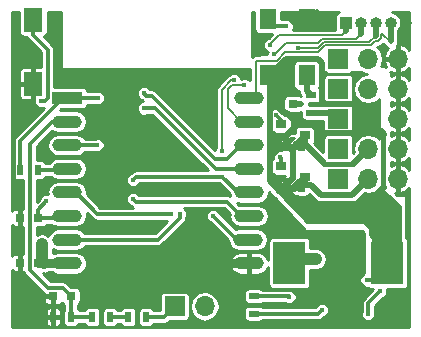
<source format=gbr>
G04 #@! TF.FileFunction,Copper,L1,Top,Signal*
%FSLAX46Y46*%
G04 Gerber Fmt 4.6, Leading zero omitted, Abs format (unit mm)*
G04 Created by KiCad (PCBNEW 4.0.5-e0-6337~49~ubuntu14.04.1) date Thu Mar  2 13:58:40 2017*
%MOMM*%
%LPD*%
G01*
G04 APERTURE LIST*
%ADD10C,0.100000*%
%ADD11C,0.150000*%
%ADD12C,0.500000*%
%ADD13R,1.000000X1.000000*%
%ADD14O,1.000000X1.000000*%
%ADD15R,2.700000X3.600000*%
%ADD16R,0.800000X0.750000*%
%ADD17R,1.400000X1.800000*%
%ADD18R,0.900000X0.500000*%
%ADD19R,0.500000X0.900000*%
%ADD20R,1.600000X2.000000*%
%ADD21R,1.700000X1.700000*%
%ADD22O,1.700000X1.700000*%
%ADD23R,0.900000X0.800000*%
%ADD24R,2.500000X1.100000*%
%ADD25O,2.500000X1.100000*%
%ADD26R,0.500000X1.160000*%
%ADD27R,0.600000X1.160000*%
%ADD28C,0.400000*%
%ADD29C,0.300000*%
%ADD30C,0.800000*%
%ADD31C,0.500000*%
%ADD32C,0.400000*%
%ADD33C,1.000000*%
%ADD34C,0.254000*%
G04 APERTURE END LIST*
D10*
D11*
X161531300Y-100826000D02*
X161099500Y-100826000D01*
X161099500Y-100818000D02*
X160599500Y-100318000D01*
X161099500Y-99810000D02*
X161531300Y-99810000D01*
X161734500Y-100673600D02*
X161734500Y-99937000D01*
X161707500Y-100018000D02*
X161507500Y-100218000D01*
X161507500Y-100218000D02*
X161507500Y-100418000D01*
X161507500Y-100418000D02*
X161607500Y-100518000D01*
X161607500Y-100518000D02*
X161607500Y-100118000D01*
X161828100Y-99818000D02*
X161353500Y-100292600D01*
X161857500Y-100818000D02*
X161857500Y-99818000D01*
X161357500Y-100318000D02*
X161857500Y-100818000D01*
X161099500Y-100818000D02*
X160599500Y-100318000D01*
X161226500Y-100818000D02*
X160726500Y-100318000D01*
X161353500Y-100826000D02*
X160853500Y-100318000D01*
X161556700Y-100826000D02*
X161048700Y-100318000D01*
X161107500Y-99810000D02*
X160599500Y-100318000D01*
X161234500Y-99810000D02*
X160726500Y-100318000D01*
X161531300Y-99810000D02*
X161023300Y-100318000D01*
X161369500Y-99810000D02*
X160853500Y-100318000D01*
X161531300Y-104255000D02*
X161099500Y-104255000D01*
X161099500Y-104247000D02*
X160599500Y-103747000D01*
X161099500Y-103239000D02*
X161531300Y-103239000D01*
X161734500Y-104102600D02*
X161734500Y-103366000D01*
X161707500Y-103447000D02*
X161507500Y-103647000D01*
X161507500Y-103647000D02*
X161507500Y-103847000D01*
X161507500Y-103847000D02*
X161607500Y-103947000D01*
X161607500Y-103947000D02*
X161607500Y-103547000D01*
X161828100Y-103247000D02*
X161353500Y-103721600D01*
X161857500Y-104247000D02*
X161857500Y-103247000D01*
X161357500Y-103747000D02*
X161857500Y-104247000D01*
X161099500Y-104247000D02*
X160599500Y-103747000D01*
X161226500Y-104247000D02*
X160726500Y-103747000D01*
X161353500Y-104255000D02*
X160853500Y-103747000D01*
X161556700Y-104255000D02*
X161048700Y-103747000D01*
X161107500Y-103239000D02*
X160599500Y-103747000D01*
X161234500Y-103239000D02*
X160726500Y-103747000D01*
X161531300Y-103239000D02*
X161023300Y-103747000D01*
X161369500Y-103239000D02*
X160853500Y-103747000D01*
D12*
X151765000Y-94285500D03*
X164211000Y-90221500D03*
X163703000Y-90221500D03*
X164211000Y-89713500D03*
X161823400Y-105537700D03*
X150469600Y-110262100D03*
X140081000Y-109335000D03*
X140081000Y-108763500D03*
X168275000Y-107239500D03*
X161417000Y-105080500D03*
X168275000Y-106477500D03*
X159131000Y-91237500D03*
X163703000Y-89713500D03*
X139827000Y-103531100D03*
X139827000Y-101397500D03*
X144145000Y-97358900D03*
X143637000Y-99365500D03*
X143637000Y-101397500D03*
X143637000Y-103429500D03*
X143637000Y-107493500D03*
X143637000Y-111557500D03*
X143637000Y-113589500D03*
X160655000Y-108001500D03*
X161417000Y-107239500D03*
X155575000Y-104445500D03*
X153212800Y-103886700D03*
X145923000Y-98349500D03*
X148463000Y-98349500D03*
X152781000Y-98349500D03*
X152019000Y-110287500D03*
X151257000Y-110287500D03*
X156972000Y-114605500D03*
X157607000Y-115621500D03*
X158369000Y-115621500D03*
X164211000Y-115621500D03*
X167259000Y-115621500D03*
X166497000Y-115621500D03*
X164973000Y-115621500D03*
X165735000Y-115621500D03*
X165735000Y-112573500D03*
X165735000Y-114859500D03*
X165735000Y-114097500D03*
D13*
X165798500Y-90031000D03*
D14*
X167068500Y-90031000D03*
X168338500Y-90031000D03*
X169608500Y-90031000D03*
X170878500Y-90031000D03*
D15*
X161013500Y-110351000D03*
X169313500Y-110351000D03*
D12*
X165735000Y-113335500D03*
D16*
X161341500Y-96889000D03*
X159841500Y-96889000D03*
X142545500Y-113145000D03*
X141045500Y-113145000D03*
X139751500Y-110351000D03*
X138251500Y-110351000D03*
X138251500Y-106541000D03*
X139751500Y-106541000D03*
D17*
X159195500Y-94463000D03*
X162495500Y-94463000D03*
X162495500Y-89663000D03*
X159195500Y-89663000D03*
D18*
X158051500Y-113157000D03*
X158051500Y-114657000D03*
D19*
X148895500Y-114923000D03*
X147395500Y-114923000D03*
X145847500Y-114923000D03*
X144347500Y-114923000D03*
X141045500Y-114923000D03*
X142545500Y-114923000D03*
D18*
X162877500Y-97639000D03*
X162877500Y-96139000D03*
D19*
X138251500Y-102477000D03*
X139751500Y-102477000D03*
D20*
X139353500Y-95171000D03*
X139353500Y-89771000D03*
D21*
X151320500Y-114034000D03*
D22*
X153860500Y-114034000D03*
D23*
X160353500Y-98606000D03*
X160353500Y-100506000D03*
X162353500Y-99556000D03*
X160353500Y-102162000D03*
X160353500Y-104062000D03*
X162353500Y-103112000D03*
D21*
X165163500Y-93079000D03*
D22*
X167703500Y-93079000D03*
X170243500Y-93079000D03*
D21*
X165163500Y-95619000D03*
D22*
X167703500Y-95619000D03*
X170243500Y-95619000D03*
D21*
X165163500Y-100699000D03*
D22*
X167703500Y-100699000D03*
X170243500Y-100699000D03*
D21*
X165163500Y-103239000D03*
D22*
X167703500Y-103239000D03*
X170243500Y-103239000D03*
D21*
X165163500Y-98159000D03*
D22*
X167703500Y-98159000D03*
X170243500Y-98159000D03*
D24*
X142238500Y-96381000D03*
D25*
X142238500Y-98381000D03*
X142238500Y-100381000D03*
X142238500Y-102381000D03*
X142238500Y-104381000D03*
X142238500Y-106381000D03*
X142238500Y-108381000D03*
X142238500Y-110381000D03*
X157638500Y-110381000D03*
X157538500Y-108381000D03*
X157638500Y-106381000D03*
X157638500Y-104381000D03*
X157638500Y-102381000D03*
X157638500Y-100381000D03*
X157638500Y-98381000D03*
X157638500Y-96381000D03*
D26*
X162115500Y-100318000D03*
D27*
X160782000Y-100318000D03*
D26*
X162115500Y-103747000D03*
D27*
X160782000Y-103747000D03*
D28*
X161036000Y-113208500D03*
X137858500Y-114542000D03*
X139382500Y-93587000D03*
X162052000Y-96889000D03*
X159403500Y-101406000D03*
X165671500Y-106541000D03*
X167576500Y-111811500D03*
X162814000Y-110033500D03*
X163322000Y-110033500D03*
X168719500Y-112764000D03*
X167703500Y-114669000D03*
X140017500Y-96635000D03*
X140462000Y-105144000D03*
X144843500Y-96381000D03*
X159385000Y-91872500D03*
X163766500Y-114351500D03*
X160782000Y-90285000D03*
X157226000Y-95301486D03*
X161798008Y-92126500D03*
X144779500Y-100381000D03*
X159766000Y-92689690D03*
X156375370Y-94899476D03*
X147828000Y-103302500D03*
X155321006Y-100889500D03*
X155321000Y-103048500D03*
X154559000Y-106350500D03*
X147828000Y-104953500D03*
X148717000Y-97270000D03*
X148717000Y-96000000D03*
X159936610Y-97841500D03*
X160274000Y-101397500D03*
X151765000Y-106223500D03*
X151003002Y-106223500D03*
D29*
X148895500Y-114923000D02*
X150431500Y-114923000D01*
X150431500Y-114923000D02*
X151320500Y-114034000D01*
X158051500Y-113157000D02*
X160984500Y-113157000D01*
X160984500Y-113157000D02*
X161036000Y-113208500D01*
X139353500Y-95171000D02*
X139353500Y-96471000D01*
X139353500Y-96471000D02*
X137724499Y-98100001D01*
X137724499Y-98100001D02*
X137724499Y-105338999D01*
X137724499Y-105338999D02*
X138251500Y-105866000D01*
X138251500Y-105866000D02*
X138251500Y-106541000D01*
X162495500Y-89663000D02*
X162737500Y-89663000D01*
X162737500Y-89663000D02*
X163385500Y-89015000D01*
X141045500Y-114923000D02*
X138239500Y-114923000D01*
X138239500Y-114923000D02*
X137858500Y-114542000D01*
X138251500Y-110351000D02*
X138251500Y-111051000D01*
X138251500Y-111051000D02*
X140345500Y-113145000D01*
X140345500Y-113145000D02*
X141045500Y-113145000D01*
X138251500Y-106541000D02*
X138251500Y-107216000D01*
X138251500Y-107216000D02*
X138251500Y-110351000D01*
X139353500Y-95171000D02*
X139353500Y-93616000D01*
X139353500Y-93616000D02*
X139382500Y-93587000D01*
X141045500Y-113145000D02*
X141045500Y-114923000D01*
D30*
X156938500Y-110381000D02*
X150465000Y-110381000D01*
D31*
X161341500Y-96889000D02*
X162052000Y-96889000D01*
X167703500Y-98159000D02*
X166476499Y-96931999D01*
X166476499Y-96931999D02*
X164097897Y-96931999D01*
X164097897Y-96931999D02*
X163830000Y-96664102D01*
X163830000Y-96664102D02*
X163830000Y-93396500D01*
X163830000Y-93396500D02*
X163496500Y-93063000D01*
X163496500Y-93063000D02*
X160762204Y-93063000D01*
X160762204Y-93063000D02*
X159362204Y-94463000D01*
X159362204Y-94463000D02*
X159195500Y-94463000D01*
D32*
X169016499Y-99471999D02*
X168986200Y-99502298D01*
X168986200Y-99502298D02*
X168986200Y-103864202D01*
X168986200Y-103864202D02*
X169016499Y-103894501D01*
D31*
X159841500Y-96889000D02*
X159359600Y-97370900D01*
X159359600Y-97370900D02*
X159359600Y-99562100D01*
X159359600Y-99562100D02*
X160303500Y-100506000D01*
D33*
X160403500Y-104130500D02*
X161598002Y-105325002D01*
X160403500Y-104062000D02*
X160403500Y-104130500D01*
X161598002Y-105325002D02*
X161798001Y-105525001D01*
X161998000Y-105725000D02*
X161798001Y-105525001D01*
X162814000Y-106541000D02*
X161998000Y-105725000D01*
X165671500Y-106541000D02*
X162814000Y-106541000D01*
X160353500Y-104062000D02*
X160403500Y-104062000D01*
D31*
X167703500Y-98159000D02*
X169016499Y-99471999D01*
X169016499Y-103894501D02*
X166370000Y-106541000D01*
X160782000Y-103747000D02*
X160668500Y-103747000D01*
X160668500Y-103747000D02*
X160353500Y-104062000D01*
X160782000Y-100318000D02*
X160541500Y-100318000D01*
X160541500Y-100318000D02*
X160353500Y-100506000D01*
X160353500Y-100506000D02*
X160303500Y-100506000D01*
X160303500Y-100506000D02*
X159403500Y-101406000D01*
X159403500Y-101406000D02*
X159403500Y-103162000D01*
X159403500Y-103162000D02*
X160303500Y-104062000D01*
X160303500Y-104062000D02*
X160353500Y-104062000D01*
X160782000Y-100318000D02*
X161303500Y-100839500D01*
X161303500Y-100839500D02*
X161303500Y-103162000D01*
X161303500Y-103162000D02*
X160403500Y-104062000D01*
X159841500Y-96889000D02*
X160593501Y-97641001D01*
X160593501Y-97641001D02*
X160814899Y-97641001D01*
X160814899Y-97641001D02*
X161777398Y-98603500D01*
D30*
X159195500Y-94463000D02*
X159841500Y-95109000D01*
X159841500Y-95109000D02*
X159841500Y-96889000D01*
D31*
X167703500Y-98159000D02*
X166476499Y-99386001D01*
X166476499Y-99386001D02*
X163712103Y-99386001D01*
X163712103Y-99386001D02*
X162929602Y-98603500D01*
X162929602Y-98603500D02*
X161777398Y-98603500D01*
X161777398Y-98603500D02*
X160782000Y-99598898D01*
X160782000Y-99598898D02*
X160782000Y-100318000D01*
D33*
X168275000Y-107239500D02*
X168275000Y-106541000D01*
X165671500Y-106541000D02*
X166370000Y-106541000D01*
X168275000Y-107938000D02*
X168275000Y-107239500D01*
X169313500Y-108976500D02*
X168275000Y-107938000D01*
X169313500Y-110351000D02*
X169313500Y-108976500D01*
D29*
X167576500Y-111811500D02*
X168148000Y-111811500D01*
X168148000Y-111811500D02*
X169313500Y-110351000D01*
D33*
X161331000Y-110033500D02*
X162814000Y-110033500D01*
X162814000Y-110033500D02*
X163322000Y-110033500D01*
X161013500Y-110351000D02*
X161331000Y-110033500D01*
D29*
X142938500Y-98381000D02*
X140963900Y-98381000D01*
X139074499Y-100270401D02*
X139074499Y-110947601D01*
X140963900Y-98381000D02*
X139074499Y-100270401D01*
X139074499Y-110947601D02*
X140596898Y-112470000D01*
X142520500Y-113145000D02*
X142545500Y-113145000D01*
X140596898Y-112470000D02*
X141845500Y-112470000D01*
X141845500Y-112470000D02*
X142520500Y-113145000D01*
X142545500Y-114923000D02*
X142545500Y-113145000D01*
X144347500Y-114923000D02*
X142545500Y-114923000D01*
D33*
X140081000Y-108763500D02*
X140081000Y-109335000D01*
X140081000Y-109617842D02*
X140081000Y-109335000D01*
X140271500Y-110351000D02*
X140081000Y-110160500D01*
X140081000Y-110160500D02*
X140081000Y-109617842D01*
D30*
X139751500Y-110351000D02*
X140271500Y-110351000D01*
X140271500Y-110351000D02*
X142908500Y-110351000D01*
X142908500Y-110351000D02*
X142938500Y-110381000D01*
D29*
X167703500Y-114669000D02*
X167703500Y-113780000D01*
X167703500Y-113780000D02*
X168719500Y-112764000D01*
X140017500Y-96635000D02*
X140347700Y-96635000D01*
X140347700Y-96635000D02*
X140563600Y-96419100D01*
X140563600Y-96419100D02*
X140563600Y-92281100D01*
X140563600Y-92281100D02*
X139353500Y-91071000D01*
X139353500Y-91071000D02*
X139353500Y-89771000D01*
X139751500Y-106541000D02*
X139751500Y-105854500D01*
X139751500Y-105854500D02*
X140462000Y-105144000D01*
X142938500Y-106381000D02*
X142778500Y-106541000D01*
X142778500Y-106541000D02*
X139751500Y-106541000D01*
D11*
X165760400Y-90780300D02*
X165453211Y-91087489D01*
X165453211Y-91087489D02*
X160170011Y-91087489D01*
X160170011Y-91087489D02*
X159584999Y-91672501D01*
X159584999Y-91672501D02*
X159385000Y-91872500D01*
D31*
X165798500Y-90031000D02*
X165798500Y-90716800D01*
D29*
X138251500Y-102477000D02*
X138251500Y-100019618D01*
X138251500Y-100019618D02*
X141890118Y-96381000D01*
X141890118Y-96381000D02*
X142938500Y-96381000D01*
X144843500Y-96381000D02*
X142938500Y-96381000D01*
X141213500Y-96381000D02*
X142938500Y-96381000D01*
X163461000Y-114657000D02*
X163566501Y-114551499D01*
X158051500Y-114657000D02*
X163461000Y-114657000D01*
X163566501Y-114551499D02*
X163766500Y-114351500D01*
D31*
X162495500Y-94463000D02*
X162495500Y-95757000D01*
X162495500Y-95757000D02*
X162877500Y-96139000D01*
D29*
X160782000Y-90285000D02*
X159817500Y-90285000D01*
X159817500Y-90285000D02*
X159195500Y-89663000D01*
D31*
X162877500Y-97639000D02*
X164643500Y-97639000D01*
X164643500Y-97639000D02*
X165163500Y-98159000D01*
D11*
X162080850Y-92126500D02*
X161798008Y-92126500D01*
X167802710Y-91646289D02*
X163925315Y-91646289D01*
X168338500Y-91110500D02*
X167802710Y-91646289D01*
X163445104Y-92126500D02*
X162080850Y-92126500D01*
X163925315Y-91646289D02*
X163445104Y-92126500D01*
X156938500Y-98381000D02*
X155829000Y-97271500D01*
X156146514Y-95301486D02*
X157226000Y-95301486D01*
X155829000Y-97271500D02*
X155829000Y-95619000D01*
X155829000Y-95619000D02*
X156146514Y-95301486D01*
D31*
X168338500Y-90031000D02*
X168338500Y-91110500D01*
D29*
X147395500Y-114923000D02*
X145847500Y-114923000D01*
X142938500Y-100381000D02*
X144779500Y-100381000D01*
D11*
X167068500Y-90983500D02*
X166682722Y-91369278D01*
X166682722Y-91369278D02*
X163810573Y-91369279D01*
X163810573Y-91369279D02*
X163485152Y-91694700D01*
X163485152Y-91694700D02*
X160760990Y-91694700D01*
X160760990Y-91694700D02*
X159965999Y-92489691D01*
X159965999Y-92489691D02*
X159766000Y-92689690D01*
X155321006Y-95670998D02*
X156092528Y-94899476D01*
X156092528Y-94899476D02*
X156375370Y-94899476D01*
X155321006Y-100889500D02*
X155321006Y-95670998D01*
D29*
X147828000Y-103302500D02*
X148082000Y-103048500D01*
X148082000Y-103048500D02*
X155321000Y-103048500D01*
X156938500Y-104381000D02*
X156653500Y-104381000D01*
X156653500Y-104381000D02*
X155321000Y-103048500D01*
D31*
X167068500Y-90031000D02*
X167068500Y-90983500D01*
D29*
X156938500Y-108381000D02*
X156589500Y-108381000D01*
X156589500Y-108381000D02*
X154559000Y-106350500D01*
X147828000Y-104953500D02*
X148027999Y-105153499D01*
X148027999Y-105153499D02*
X155710999Y-105153499D01*
X155710999Y-105153499D02*
X156938500Y-106381000D01*
X142938500Y-102381000D02*
X142842500Y-102477000D01*
X142842500Y-102477000D02*
X139751500Y-102477000D01*
X156938500Y-102381000D02*
X154780500Y-102381000D01*
X154780500Y-102381000D02*
X149669500Y-97270000D01*
X149669500Y-97270000D02*
X148717000Y-97270000D01*
X156938500Y-100381000D02*
X155762499Y-101557001D01*
X155762499Y-101557001D02*
X154718501Y-101557001D01*
X154718501Y-101557001D02*
X149361499Y-96199999D01*
X149361499Y-96199999D02*
X148916999Y-96199999D01*
X148916999Y-96199999D02*
X148717000Y-96000000D01*
D11*
X167917451Y-91923300D02*
X168278241Y-91562510D01*
X156938500Y-96287500D02*
X158208500Y-96287500D01*
X164040056Y-91923300D02*
X167917451Y-91923300D01*
X158165800Y-93269500D02*
X158216600Y-93218700D01*
X168525728Y-91562510D02*
X168790510Y-91297728D01*
X158165800Y-96244800D02*
X158165800Y-93269500D01*
X159967264Y-93218700D02*
X160657462Y-92528502D01*
X168859200Y-90932700D02*
X169608500Y-91682000D01*
X158216600Y-93218700D02*
X159967264Y-93218700D01*
X158208500Y-96287500D02*
X158165800Y-96244800D01*
X160657462Y-92528502D02*
X163434854Y-92528502D01*
X163434854Y-92528502D02*
X164040056Y-91923300D01*
X168790510Y-90932700D02*
X168859200Y-90932700D01*
X168278241Y-91562510D02*
X168525728Y-91562510D01*
X168790510Y-91297728D02*
X168790510Y-90932700D01*
D29*
X156938500Y-96381000D02*
X156938500Y-96287500D01*
X169608500Y-91682000D02*
X169672000Y-91618500D01*
D31*
X169608500Y-91555000D02*
X169608500Y-90031000D01*
D11*
X156938500Y-96381000D02*
X157353000Y-96381000D01*
D32*
X163906200Y-101880100D02*
X163906200Y-101915298D01*
X163906200Y-101915298D02*
X163972602Y-101981700D01*
X163972602Y-101981700D02*
X166360202Y-101981700D01*
X166360202Y-101981700D02*
X166390501Y-102011999D01*
D31*
X162369500Y-100318000D02*
X163957000Y-101905500D01*
X162353500Y-99556000D02*
X162353500Y-100302000D01*
X162353500Y-100302000D02*
X162369500Y-100318000D01*
X162115500Y-100318000D02*
X162369500Y-100318000D01*
X166390501Y-102011999D02*
X166853501Y-101548999D01*
X166853501Y-101548999D02*
X167703500Y-100699000D01*
X162115500Y-103747000D02*
X162865500Y-103747000D01*
X163691000Y-104572500D02*
X166370000Y-104572500D01*
X162865500Y-103747000D02*
X163691000Y-104572500D01*
X166370000Y-104572500D02*
X166853501Y-104088999D01*
X166853501Y-104088999D02*
X167703500Y-103239000D01*
X162353500Y-103112000D02*
X162353500Y-103509000D01*
X162353500Y-103509000D02*
X162115500Y-103747000D01*
D29*
X160353500Y-98258390D02*
X160136609Y-98041499D01*
X160353500Y-98606000D02*
X160353500Y-98258390D01*
X160136609Y-98041499D02*
X159936610Y-97841500D01*
X160353500Y-102162000D02*
X160353500Y-101477000D01*
X160353500Y-101477000D02*
X160274000Y-101397500D01*
X151765000Y-106506342D02*
X151765000Y-106223500D01*
X149890342Y-108381000D02*
X151765000Y-106506342D01*
X142938500Y-108381000D02*
X149890342Y-108381000D01*
X150720160Y-106223500D02*
X151003002Y-106223500D01*
X144781000Y-106223500D02*
X150720160Y-106223500D01*
X142938500Y-104381000D02*
X144781000Y-106223500D01*
D34*
G36*
X161644675Y-93176407D02*
X161506151Y-93265544D01*
X161413221Y-93401552D01*
X161380527Y-93563000D01*
X161380527Y-95363000D01*
X161408907Y-95513825D01*
X161498044Y-95652349D01*
X161634052Y-95745279D01*
X161795500Y-95777973D01*
X161842672Y-95777973D01*
X161888511Y-96008423D01*
X162012527Y-96194026D01*
X162012527Y-96206593D01*
X161902948Y-96131721D01*
X161741500Y-96099027D01*
X160941500Y-96099027D01*
X160790675Y-96127407D01*
X160652151Y-96216544D01*
X160559221Y-96352552D01*
X160526527Y-96514000D01*
X160526527Y-97264000D01*
X160554907Y-97414825D01*
X160644044Y-97553349D01*
X160780052Y-97646279D01*
X160941500Y-97678973D01*
X161741500Y-97678973D01*
X161892325Y-97650593D01*
X162012527Y-97573246D01*
X162012527Y-97889000D01*
X162040907Y-98039825D01*
X162130044Y-98178349D01*
X162266052Y-98271279D01*
X162427500Y-98303973D01*
X163327500Y-98303973D01*
X163369872Y-98296000D01*
X163898527Y-98296000D01*
X163898527Y-99009000D01*
X163926907Y-99159825D01*
X164016044Y-99298349D01*
X164152052Y-99391279D01*
X164313500Y-99423973D01*
X166013500Y-99423973D01*
X166164325Y-99395593D01*
X166302849Y-99306456D01*
X166395779Y-99170448D01*
X166428473Y-99009000D01*
X166428473Y-97309000D01*
X166400093Y-97158175D01*
X166310956Y-97019651D01*
X166174948Y-96926721D01*
X166013500Y-96894027D01*
X164313500Y-96894027D01*
X164162675Y-96922407D01*
X164070064Y-96982000D01*
X163366872Y-96982000D01*
X163327500Y-96974027D01*
X162692087Y-96974027D01*
X162709000Y-96889000D01*
X162692087Y-96803973D01*
X163327500Y-96803973D01*
X163478325Y-96775593D01*
X163616849Y-96686456D01*
X163709779Y-96550448D01*
X163742473Y-96389000D01*
X163742473Y-95889000D01*
X163714093Y-95738175D01*
X163624956Y-95599651D01*
X163557764Y-95553741D01*
X163577779Y-95524448D01*
X163610473Y-95363000D01*
X163610473Y-94769000D01*
X163898527Y-94769000D01*
X163898527Y-96469000D01*
X163926907Y-96619825D01*
X164016044Y-96758349D01*
X164152052Y-96851279D01*
X164313500Y-96883973D01*
X166013500Y-96883973D01*
X166164325Y-96855593D01*
X166302849Y-96766456D01*
X166395779Y-96630448D01*
X166428473Y-96469000D01*
X166428473Y-94769000D01*
X166400093Y-94618175D01*
X166310956Y-94479651D01*
X166174948Y-94386721D01*
X166013500Y-94354027D01*
X164313500Y-94354027D01*
X164162675Y-94382407D01*
X164024151Y-94471544D01*
X163931221Y-94607552D01*
X163898527Y-94769000D01*
X163610473Y-94769000D01*
X163610473Y-93622426D01*
X163843408Y-94088296D01*
X163874454Y-94128015D01*
X163918507Y-94152526D01*
X163957000Y-94158500D01*
X163977533Y-94158500D01*
X164016044Y-94218349D01*
X164152052Y-94311279D01*
X164313500Y-94343973D01*
X166013500Y-94343973D01*
X166164325Y-94315593D01*
X166302849Y-94226456D01*
X166331516Y-94184500D01*
X167102076Y-94184500D01*
X167222467Y-94264943D01*
X167645052Y-94349000D01*
X167222467Y-94433057D01*
X166814667Y-94705541D01*
X166542183Y-95113341D01*
X166446500Y-95594374D01*
X166446500Y-95643626D01*
X166542183Y-96124659D01*
X166814667Y-96532459D01*
X167222467Y-96804943D01*
X167703500Y-96900626D01*
X168184533Y-96804943D01*
X168592333Y-96532459D01*
X168656000Y-96437175D01*
X168656000Y-99880825D01*
X168592333Y-99785541D01*
X168184533Y-99513057D01*
X167703500Y-99417374D01*
X167222467Y-99513057D01*
X166814667Y-99785541D01*
X166542183Y-100193341D01*
X166446500Y-100674374D01*
X166446500Y-100723626D01*
X166496810Y-100976552D01*
X166428473Y-101044889D01*
X166428473Y-99849000D01*
X166400093Y-99698175D01*
X166310956Y-99559651D01*
X166174948Y-99466721D01*
X166013500Y-99434027D01*
X164313500Y-99434027D01*
X164162675Y-99462407D01*
X164024151Y-99551544D01*
X163931221Y-99687552D01*
X163898527Y-99849000D01*
X163898527Y-100917889D01*
X163150183Y-100169545D01*
X163185779Y-100117448D01*
X163218473Y-99956000D01*
X163218473Y-99156000D01*
X163190093Y-99005175D01*
X163100956Y-98866651D01*
X162964948Y-98773721D01*
X162803500Y-98741027D01*
X161903500Y-98741027D01*
X161752675Y-98769407D01*
X161614151Y-98858544D01*
X161521221Y-98994552D01*
X161488527Y-99156000D01*
X161488527Y-99328000D01*
X161099500Y-99328000D01*
X161034664Y-99340897D01*
X161092849Y-99303456D01*
X161185779Y-99167448D01*
X161218473Y-99006000D01*
X161218473Y-98206000D01*
X161190093Y-98055175D01*
X161100956Y-97916651D01*
X160964948Y-97823721D01*
X160803500Y-97791027D01*
X160673854Y-97791027D01*
X160530469Y-97647643D01*
X160530467Y-97647640D01*
X160501185Y-97618358D01*
X160451500Y-97498111D01*
X160280897Y-97327210D01*
X160057880Y-97234605D01*
X159816400Y-97234395D01*
X159593221Y-97326610D01*
X159422320Y-97497213D01*
X159329715Y-97720230D01*
X159329505Y-97961710D01*
X159421720Y-98184889D01*
X159488527Y-98251813D01*
X159488527Y-99006000D01*
X159516907Y-99156825D01*
X159606044Y-99295349D01*
X159742052Y-99388279D01*
X159903500Y-99420973D01*
X160803500Y-99420973D01*
X160841521Y-99413819D01*
X160758675Y-99469175D01*
X160742567Y-99493282D01*
X160258675Y-99977175D01*
X160154190Y-100133546D01*
X160117501Y-100318000D01*
X160154190Y-100502454D01*
X160258675Y-100658825D01*
X160390451Y-100790601D01*
X160153790Y-100790395D01*
X159930611Y-100882610D01*
X159759710Y-101053213D01*
X159667105Y-101276230D01*
X159666971Y-101430556D01*
X159614151Y-101464544D01*
X159521221Y-101600552D01*
X159488527Y-101762000D01*
X159488527Y-102562000D01*
X159516907Y-102712825D01*
X159606044Y-102851349D01*
X159742052Y-102944279D01*
X159903500Y-102976973D01*
X160687876Y-102976973D01*
X160258675Y-103406175D01*
X160154190Y-103562546D01*
X160117501Y-103747000D01*
X160154190Y-103931454D01*
X160258675Y-104087825D01*
X160742567Y-104571718D01*
X160758675Y-104595825D01*
X160915047Y-104700310D01*
X161099500Y-104737000D01*
X161531300Y-104737000D01*
X161544002Y-104734473D01*
X161556700Y-104736999D01*
X161702249Y-104708047D01*
X161704052Y-104709279D01*
X161865500Y-104741973D01*
X162365500Y-104741973D01*
X162516325Y-104713593D01*
X162654849Y-104624456D01*
X162719377Y-104530015D01*
X163226431Y-105037069D01*
X163439577Y-105179489D01*
X163691000Y-105229500D01*
X166370000Y-105229500D01*
X166621423Y-105179489D01*
X166834569Y-105037069D01*
X167409493Y-104462145D01*
X167703500Y-104520626D01*
X168184533Y-104424943D01*
X168592333Y-104152459D01*
X168685300Y-104013324D01*
X168700349Y-104033926D01*
X169480801Y-104702885D01*
X169765208Y-104987292D01*
X169894654Y-105074434D01*
X169920344Y-105079636D01*
X170408000Y-105497627D01*
X170408000Y-111912500D01*
X168148000Y-111912500D01*
X168148000Y-107747500D01*
X168137994Y-107698090D01*
X168110803Y-107657697D01*
X167348803Y-106895697D01*
X167306789Y-106867834D01*
X167259000Y-106858500D01*
X162488381Y-106858500D01*
X159258000Y-103379628D01*
X159258000Y-93700700D01*
X159967264Y-93700700D01*
X160121115Y-93670097D01*
X160151718Y-93664010D01*
X160308089Y-93559525D01*
X160699115Y-93168500D01*
X161686697Y-93168500D01*
X161644675Y-93176407D01*
X161644675Y-93176407D01*
G37*
X161644675Y-93176407D02*
X161506151Y-93265544D01*
X161413221Y-93401552D01*
X161380527Y-93563000D01*
X161380527Y-95363000D01*
X161408907Y-95513825D01*
X161498044Y-95652349D01*
X161634052Y-95745279D01*
X161795500Y-95777973D01*
X161842672Y-95777973D01*
X161888511Y-96008423D01*
X162012527Y-96194026D01*
X162012527Y-96206593D01*
X161902948Y-96131721D01*
X161741500Y-96099027D01*
X160941500Y-96099027D01*
X160790675Y-96127407D01*
X160652151Y-96216544D01*
X160559221Y-96352552D01*
X160526527Y-96514000D01*
X160526527Y-97264000D01*
X160554907Y-97414825D01*
X160644044Y-97553349D01*
X160780052Y-97646279D01*
X160941500Y-97678973D01*
X161741500Y-97678973D01*
X161892325Y-97650593D01*
X162012527Y-97573246D01*
X162012527Y-97889000D01*
X162040907Y-98039825D01*
X162130044Y-98178349D01*
X162266052Y-98271279D01*
X162427500Y-98303973D01*
X163327500Y-98303973D01*
X163369872Y-98296000D01*
X163898527Y-98296000D01*
X163898527Y-99009000D01*
X163926907Y-99159825D01*
X164016044Y-99298349D01*
X164152052Y-99391279D01*
X164313500Y-99423973D01*
X166013500Y-99423973D01*
X166164325Y-99395593D01*
X166302849Y-99306456D01*
X166395779Y-99170448D01*
X166428473Y-99009000D01*
X166428473Y-97309000D01*
X166400093Y-97158175D01*
X166310956Y-97019651D01*
X166174948Y-96926721D01*
X166013500Y-96894027D01*
X164313500Y-96894027D01*
X164162675Y-96922407D01*
X164070064Y-96982000D01*
X163366872Y-96982000D01*
X163327500Y-96974027D01*
X162692087Y-96974027D01*
X162709000Y-96889000D01*
X162692087Y-96803973D01*
X163327500Y-96803973D01*
X163478325Y-96775593D01*
X163616849Y-96686456D01*
X163709779Y-96550448D01*
X163742473Y-96389000D01*
X163742473Y-95889000D01*
X163714093Y-95738175D01*
X163624956Y-95599651D01*
X163557764Y-95553741D01*
X163577779Y-95524448D01*
X163610473Y-95363000D01*
X163610473Y-94769000D01*
X163898527Y-94769000D01*
X163898527Y-96469000D01*
X163926907Y-96619825D01*
X164016044Y-96758349D01*
X164152052Y-96851279D01*
X164313500Y-96883973D01*
X166013500Y-96883973D01*
X166164325Y-96855593D01*
X166302849Y-96766456D01*
X166395779Y-96630448D01*
X166428473Y-96469000D01*
X166428473Y-94769000D01*
X166400093Y-94618175D01*
X166310956Y-94479651D01*
X166174948Y-94386721D01*
X166013500Y-94354027D01*
X164313500Y-94354027D01*
X164162675Y-94382407D01*
X164024151Y-94471544D01*
X163931221Y-94607552D01*
X163898527Y-94769000D01*
X163610473Y-94769000D01*
X163610473Y-93622426D01*
X163843408Y-94088296D01*
X163874454Y-94128015D01*
X163918507Y-94152526D01*
X163957000Y-94158500D01*
X163977533Y-94158500D01*
X164016044Y-94218349D01*
X164152052Y-94311279D01*
X164313500Y-94343973D01*
X166013500Y-94343973D01*
X166164325Y-94315593D01*
X166302849Y-94226456D01*
X166331516Y-94184500D01*
X167102076Y-94184500D01*
X167222467Y-94264943D01*
X167645052Y-94349000D01*
X167222467Y-94433057D01*
X166814667Y-94705541D01*
X166542183Y-95113341D01*
X166446500Y-95594374D01*
X166446500Y-95643626D01*
X166542183Y-96124659D01*
X166814667Y-96532459D01*
X167222467Y-96804943D01*
X167703500Y-96900626D01*
X168184533Y-96804943D01*
X168592333Y-96532459D01*
X168656000Y-96437175D01*
X168656000Y-99880825D01*
X168592333Y-99785541D01*
X168184533Y-99513057D01*
X167703500Y-99417374D01*
X167222467Y-99513057D01*
X166814667Y-99785541D01*
X166542183Y-100193341D01*
X166446500Y-100674374D01*
X166446500Y-100723626D01*
X166496810Y-100976552D01*
X166428473Y-101044889D01*
X166428473Y-99849000D01*
X166400093Y-99698175D01*
X166310956Y-99559651D01*
X166174948Y-99466721D01*
X166013500Y-99434027D01*
X164313500Y-99434027D01*
X164162675Y-99462407D01*
X164024151Y-99551544D01*
X163931221Y-99687552D01*
X163898527Y-99849000D01*
X163898527Y-100917889D01*
X163150183Y-100169545D01*
X163185779Y-100117448D01*
X163218473Y-99956000D01*
X163218473Y-99156000D01*
X163190093Y-99005175D01*
X163100956Y-98866651D01*
X162964948Y-98773721D01*
X162803500Y-98741027D01*
X161903500Y-98741027D01*
X161752675Y-98769407D01*
X161614151Y-98858544D01*
X161521221Y-98994552D01*
X161488527Y-99156000D01*
X161488527Y-99328000D01*
X161099500Y-99328000D01*
X161034664Y-99340897D01*
X161092849Y-99303456D01*
X161185779Y-99167448D01*
X161218473Y-99006000D01*
X161218473Y-98206000D01*
X161190093Y-98055175D01*
X161100956Y-97916651D01*
X160964948Y-97823721D01*
X160803500Y-97791027D01*
X160673854Y-97791027D01*
X160530469Y-97647643D01*
X160530467Y-97647640D01*
X160501185Y-97618358D01*
X160451500Y-97498111D01*
X160280897Y-97327210D01*
X160057880Y-97234605D01*
X159816400Y-97234395D01*
X159593221Y-97326610D01*
X159422320Y-97497213D01*
X159329715Y-97720230D01*
X159329505Y-97961710D01*
X159421720Y-98184889D01*
X159488527Y-98251813D01*
X159488527Y-99006000D01*
X159516907Y-99156825D01*
X159606044Y-99295349D01*
X159742052Y-99388279D01*
X159903500Y-99420973D01*
X160803500Y-99420973D01*
X160841521Y-99413819D01*
X160758675Y-99469175D01*
X160742567Y-99493282D01*
X160258675Y-99977175D01*
X160154190Y-100133546D01*
X160117501Y-100318000D01*
X160154190Y-100502454D01*
X160258675Y-100658825D01*
X160390451Y-100790601D01*
X160153790Y-100790395D01*
X159930611Y-100882610D01*
X159759710Y-101053213D01*
X159667105Y-101276230D01*
X159666971Y-101430556D01*
X159614151Y-101464544D01*
X159521221Y-101600552D01*
X159488527Y-101762000D01*
X159488527Y-102562000D01*
X159516907Y-102712825D01*
X159606044Y-102851349D01*
X159742052Y-102944279D01*
X159903500Y-102976973D01*
X160687876Y-102976973D01*
X160258675Y-103406175D01*
X160154190Y-103562546D01*
X160117501Y-103747000D01*
X160154190Y-103931454D01*
X160258675Y-104087825D01*
X160742567Y-104571718D01*
X160758675Y-104595825D01*
X160915047Y-104700310D01*
X161099500Y-104737000D01*
X161531300Y-104737000D01*
X161544002Y-104734473D01*
X161556700Y-104736999D01*
X161702249Y-104708047D01*
X161704052Y-104709279D01*
X161865500Y-104741973D01*
X162365500Y-104741973D01*
X162516325Y-104713593D01*
X162654849Y-104624456D01*
X162719377Y-104530015D01*
X163226431Y-105037069D01*
X163439577Y-105179489D01*
X163691000Y-105229500D01*
X166370000Y-105229500D01*
X166621423Y-105179489D01*
X166834569Y-105037069D01*
X167409493Y-104462145D01*
X167703500Y-104520626D01*
X168184533Y-104424943D01*
X168592333Y-104152459D01*
X168685300Y-104013324D01*
X168700349Y-104033926D01*
X169480801Y-104702885D01*
X169765208Y-104987292D01*
X169894654Y-105074434D01*
X169920344Y-105079636D01*
X170408000Y-105497627D01*
X170408000Y-111912500D01*
X168148000Y-111912500D01*
X168148000Y-107747500D01*
X168137994Y-107698090D01*
X168110803Y-107657697D01*
X167348803Y-106895697D01*
X167306789Y-106867834D01*
X167259000Y-106858500D01*
X162488381Y-106858500D01*
X159258000Y-103379628D01*
X159258000Y-93700700D01*
X159967264Y-93700700D01*
X160121115Y-93670097D01*
X160151718Y-93664010D01*
X160308089Y-93559525D01*
X160699115Y-93168500D01*
X161686697Y-93168500D01*
X161644675Y-93176407D01*
G36*
X138138527Y-90771000D02*
X138166907Y-90921825D01*
X138256044Y-91060349D01*
X138392052Y-91153279D01*
X138553500Y-91185973D01*
X138819369Y-91185973D01*
X138835209Y-91265605D01*
X138838899Y-91284155D01*
X138959642Y-91464858D01*
X140006600Y-92511817D01*
X140006600Y-93764000D01*
X139528250Y-93764000D01*
X139426500Y-93865750D01*
X139426500Y-95098000D01*
X139446500Y-95098000D01*
X139446500Y-95244000D01*
X139426500Y-95244000D01*
X139426500Y-96475451D01*
X139410605Y-96513730D01*
X139410395Y-96755210D01*
X139502610Y-96978389D01*
X139673213Y-97149290D01*
X139896230Y-97241895D01*
X140137710Y-97242105D01*
X140258974Y-97192000D01*
X140291401Y-97192000D01*
X137857642Y-99625760D01*
X137736899Y-99806463D01*
X137694500Y-100019618D01*
X137694500Y-101755377D01*
X137619221Y-101865552D01*
X137586527Y-102027000D01*
X137586527Y-102927000D01*
X137614907Y-103077825D01*
X137704044Y-103216349D01*
X137840052Y-103309279D01*
X138001500Y-103341973D01*
X138501500Y-103341973D01*
X138517499Y-103338963D01*
X138517499Y-105759000D01*
X138426250Y-105759000D01*
X138324500Y-105860750D01*
X138324500Y-106468000D01*
X138344500Y-106468000D01*
X138344500Y-106614000D01*
X138324500Y-106614000D01*
X138324500Y-107221250D01*
X138426250Y-107323000D01*
X138517499Y-107323000D01*
X138517499Y-109569000D01*
X138426250Y-109569000D01*
X138324500Y-109670750D01*
X138324500Y-110278000D01*
X138344500Y-110278000D01*
X138344500Y-110424000D01*
X138324500Y-110424000D01*
X138324500Y-111031250D01*
X138426250Y-111133000D01*
X138554377Y-111133000D01*
X138559898Y-111160756D01*
X138680641Y-111341459D01*
X140203039Y-112863858D01*
X140238500Y-112887552D01*
X140238500Y-112970250D01*
X140340250Y-113072000D01*
X140972500Y-113072000D01*
X140972500Y-113052000D01*
X141118500Y-113052000D01*
X141118500Y-113072000D01*
X141138500Y-113072000D01*
X141138500Y-113218000D01*
X141118500Y-113218000D01*
X141118500Y-113825250D01*
X141220250Y-113927000D01*
X141526457Y-113927000D01*
X141676047Y-113865038D01*
X141790538Y-113750547D01*
X141798241Y-113731952D01*
X141848044Y-113809349D01*
X141984052Y-113902279D01*
X141988500Y-113903180D01*
X141988500Y-114201377D01*
X141913221Y-114311552D01*
X141880527Y-114473000D01*
X141880527Y-115373000D01*
X141908907Y-115523825D01*
X141998044Y-115662349D01*
X142134052Y-115755279D01*
X142295500Y-115787973D01*
X142795500Y-115787973D01*
X142946325Y-115759593D01*
X143084849Y-115670456D01*
X143177779Y-115534448D01*
X143188805Y-115480000D01*
X143702661Y-115480000D01*
X143710907Y-115523825D01*
X143800044Y-115662349D01*
X143936052Y-115755279D01*
X144097500Y-115787973D01*
X144597500Y-115787973D01*
X144748325Y-115759593D01*
X144886849Y-115670456D01*
X144979779Y-115534448D01*
X145012473Y-115373000D01*
X145012473Y-114473000D01*
X145182527Y-114473000D01*
X145182527Y-115373000D01*
X145210907Y-115523825D01*
X145300044Y-115662349D01*
X145436052Y-115755279D01*
X145597500Y-115787973D01*
X146097500Y-115787973D01*
X146248325Y-115759593D01*
X146386849Y-115670456D01*
X146479779Y-115534448D01*
X146490805Y-115480000D01*
X146750661Y-115480000D01*
X146758907Y-115523825D01*
X146848044Y-115662349D01*
X146984052Y-115755279D01*
X147145500Y-115787973D01*
X147645500Y-115787973D01*
X147796325Y-115759593D01*
X147934849Y-115670456D01*
X148027779Y-115534448D01*
X148060473Y-115373000D01*
X148060473Y-114473000D01*
X148230527Y-114473000D01*
X148230527Y-115373000D01*
X148258907Y-115523825D01*
X148348044Y-115662349D01*
X148484052Y-115755279D01*
X148645500Y-115787973D01*
X149145500Y-115787973D01*
X149296325Y-115759593D01*
X149434849Y-115670456D01*
X149527779Y-115534448D01*
X149538805Y-115480000D01*
X150431500Y-115480000D01*
X150644655Y-115437601D01*
X150825358Y-115316858D01*
X150843243Y-115298973D01*
X152170500Y-115298973D01*
X152321325Y-115270593D01*
X152459849Y-115181456D01*
X152552779Y-115045448D01*
X152585473Y-114884000D01*
X152585473Y-114009374D01*
X152603500Y-114009374D01*
X152603500Y-114058626D01*
X152699183Y-114539659D01*
X152971667Y-114947459D01*
X153379467Y-115219943D01*
X153860500Y-115315626D01*
X154341533Y-115219943D01*
X154749333Y-114947459D01*
X155021817Y-114539659D01*
X155048204Y-114407000D01*
X157186527Y-114407000D01*
X157186527Y-114907000D01*
X157214907Y-115057825D01*
X157304044Y-115196349D01*
X157440052Y-115289279D01*
X157601500Y-115321973D01*
X158501500Y-115321973D01*
X158652325Y-115293593D01*
X158776017Y-115214000D01*
X163461000Y-115214000D01*
X163674155Y-115171601D01*
X163854858Y-115050858D01*
X163960360Y-114945357D01*
X163960362Y-114945354D01*
X163989641Y-114916075D01*
X164109889Y-114866390D01*
X164280790Y-114695787D01*
X164373395Y-114472770D01*
X164373605Y-114231290D01*
X164281390Y-114008111D01*
X164110787Y-113837210D01*
X163887770Y-113744605D01*
X163646290Y-113744395D01*
X163423111Y-113836610D01*
X163252210Y-114007213D01*
X163213681Y-114100000D01*
X158773123Y-114100000D01*
X158662948Y-114024721D01*
X158501500Y-113992027D01*
X157601500Y-113992027D01*
X157450675Y-114020407D01*
X157312151Y-114109544D01*
X157219221Y-114245552D01*
X157186527Y-114407000D01*
X155048204Y-114407000D01*
X155117500Y-114058626D01*
X155117500Y-114009374D01*
X155021817Y-113528341D01*
X154749333Y-113120541D01*
X154429748Y-112907000D01*
X157186527Y-112907000D01*
X157186527Y-113407000D01*
X157214907Y-113557825D01*
X157304044Y-113696349D01*
X157440052Y-113789279D01*
X157601500Y-113821973D01*
X158501500Y-113821973D01*
X158652325Y-113793593D01*
X158776017Y-113714000D01*
X160682938Y-113714000D01*
X160691713Y-113722790D01*
X160914730Y-113815395D01*
X161156210Y-113815605D01*
X161379389Y-113723390D01*
X161550290Y-113552787D01*
X161642895Y-113329770D01*
X161643105Y-113088290D01*
X161550890Y-112865111D01*
X161380287Y-112694210D01*
X161157270Y-112601605D01*
X160991846Y-112601461D01*
X160984500Y-112600000D01*
X158773123Y-112600000D01*
X158662948Y-112524721D01*
X158501500Y-112492027D01*
X157601500Y-112492027D01*
X157450675Y-112520407D01*
X157312151Y-112609544D01*
X157219221Y-112745552D01*
X157186527Y-112907000D01*
X154429748Y-112907000D01*
X154341533Y-112848057D01*
X153860500Y-112752374D01*
X153379467Y-112848057D01*
X152971667Y-113120541D01*
X152699183Y-113528341D01*
X152603500Y-114009374D01*
X152585473Y-114009374D01*
X152585473Y-113184000D01*
X152557093Y-113033175D01*
X152467956Y-112894651D01*
X152331948Y-112801721D01*
X152170500Y-112769027D01*
X150470500Y-112769027D01*
X150319675Y-112797407D01*
X150181151Y-112886544D01*
X150088221Y-113022552D01*
X150055527Y-113184000D01*
X150055527Y-114366000D01*
X149540339Y-114366000D01*
X149532093Y-114322175D01*
X149442956Y-114183651D01*
X149306948Y-114090721D01*
X149145500Y-114058027D01*
X148645500Y-114058027D01*
X148494675Y-114086407D01*
X148356151Y-114175544D01*
X148263221Y-114311552D01*
X148230527Y-114473000D01*
X148060473Y-114473000D01*
X148032093Y-114322175D01*
X147942956Y-114183651D01*
X147806948Y-114090721D01*
X147645500Y-114058027D01*
X147145500Y-114058027D01*
X146994675Y-114086407D01*
X146856151Y-114175544D01*
X146763221Y-114311552D01*
X146752195Y-114366000D01*
X146492339Y-114366000D01*
X146484093Y-114322175D01*
X146394956Y-114183651D01*
X146258948Y-114090721D01*
X146097500Y-114058027D01*
X145597500Y-114058027D01*
X145446675Y-114086407D01*
X145308151Y-114175544D01*
X145215221Y-114311552D01*
X145182527Y-114473000D01*
X145012473Y-114473000D01*
X144984093Y-114322175D01*
X144894956Y-114183651D01*
X144758948Y-114090721D01*
X144597500Y-114058027D01*
X144097500Y-114058027D01*
X143946675Y-114086407D01*
X143808151Y-114175544D01*
X143715221Y-114311552D01*
X143704195Y-114366000D01*
X143190339Y-114366000D01*
X143182093Y-114322175D01*
X143102500Y-114198483D01*
X143102500Y-113902620D01*
X143234849Y-113817456D01*
X143327779Y-113681448D01*
X143360473Y-113520000D01*
X143360473Y-112770000D01*
X143332093Y-112619175D01*
X143242956Y-112480651D01*
X143106948Y-112387721D01*
X142945500Y-112355027D01*
X142518243Y-112355027D01*
X142239358Y-112076142D01*
X142058655Y-111955399D01*
X141845500Y-111913000D01*
X140827615Y-111913000D01*
X140148061Y-111233447D01*
X140271500Y-111258000D01*
X140618594Y-111188959D01*
X140664927Y-111158000D01*
X140979444Y-111158000D01*
X141139809Y-111265153D01*
X141506037Y-111338000D01*
X142970963Y-111338000D01*
X143337191Y-111265153D01*
X143647664Y-111057701D01*
X143855116Y-110747228D01*
X143883929Y-110602373D01*
X156007456Y-110602373D01*
X156026411Y-110679785D01*
X156210180Y-111006083D01*
X156504829Y-111237217D01*
X156865500Y-111338000D01*
X157565500Y-111338000D01*
X157565500Y-110454000D01*
X156086371Y-110454000D01*
X156007456Y-110602373D01*
X143883929Y-110602373D01*
X143927963Y-110381000D01*
X143883930Y-110159627D01*
X156007456Y-110159627D01*
X156086371Y-110308000D01*
X157565500Y-110308000D01*
X157565500Y-109424000D01*
X157711500Y-109424000D01*
X157711500Y-110308000D01*
X157731500Y-110308000D01*
X157731500Y-110454000D01*
X157711500Y-110454000D01*
X157711500Y-111338000D01*
X158411500Y-111338000D01*
X158772171Y-111237217D01*
X159066820Y-111006083D01*
X159248527Y-110683446D01*
X159248527Y-112151000D01*
X159276907Y-112301825D01*
X159366044Y-112440349D01*
X159502052Y-112533279D01*
X159663500Y-112565973D01*
X162363500Y-112565973D01*
X162514325Y-112537593D01*
X162652849Y-112448456D01*
X162745779Y-112312448D01*
X162778473Y-112151000D01*
X162778473Y-110940500D01*
X163322000Y-110940500D01*
X163669094Y-110871459D01*
X163963346Y-110674846D01*
X164159959Y-110380594D01*
X164229000Y-110033500D01*
X164159959Y-109686406D01*
X163963346Y-109392154D01*
X163669094Y-109195541D01*
X163322000Y-109126500D01*
X162778473Y-109126500D01*
X162778473Y-108551000D01*
X162750093Y-108400175D01*
X162660956Y-108261651D01*
X162524948Y-108168721D01*
X162363500Y-108136027D01*
X159663500Y-108136027D01*
X159512675Y-108164407D01*
X159374151Y-108253544D01*
X159281221Y-108389552D01*
X159248527Y-108551000D01*
X159248527Y-110078554D01*
X159066820Y-109755917D01*
X158772171Y-109524783D01*
X158411500Y-109424000D01*
X157711500Y-109424000D01*
X157565500Y-109424000D01*
X156865500Y-109424000D01*
X156504829Y-109524783D01*
X156210180Y-109755917D01*
X156026411Y-110082215D01*
X156007456Y-110159627D01*
X143883930Y-110159627D01*
X143855116Y-110014772D01*
X143647664Y-109704299D01*
X143337191Y-109496847D01*
X142970963Y-109424000D01*
X141506037Y-109424000D01*
X141139809Y-109496847D01*
X141069240Y-109544000D01*
X140988000Y-109544000D01*
X140988000Y-109163717D01*
X141139809Y-109265153D01*
X141506037Y-109338000D01*
X142970963Y-109338000D01*
X143337191Y-109265153D01*
X143647664Y-109057701D01*
X143727646Y-108938000D01*
X149890342Y-108938000D01*
X150103497Y-108895601D01*
X150284200Y-108774858D01*
X152158859Y-106900200D01*
X152256443Y-106754155D01*
X152279601Y-106719497D01*
X152322000Y-106506342D01*
X152322000Y-106470710D01*
X153951895Y-106470710D01*
X154044110Y-106693889D01*
X154214713Y-106864790D01*
X154335892Y-106915108D01*
X155860770Y-108439987D01*
X155921884Y-108747228D01*
X156129336Y-109057701D01*
X156439809Y-109265153D01*
X156806037Y-109338000D01*
X158270963Y-109338000D01*
X158637191Y-109265153D01*
X158947664Y-109057701D01*
X159155116Y-108747228D01*
X159227963Y-108381000D01*
X159155116Y-108014772D01*
X158947664Y-107704299D01*
X158637191Y-107496847D01*
X158270963Y-107424000D01*
X156806037Y-107424000D01*
X156484228Y-107488011D01*
X155123575Y-106127359D01*
X155073890Y-106007111D01*
X154903287Y-105836210D01*
X154680270Y-105743605D01*
X154438790Y-105743395D01*
X154215611Y-105835610D01*
X154044710Y-106006213D01*
X153952105Y-106229230D01*
X153951895Y-106470710D01*
X152322000Y-106470710D01*
X152322000Y-106464930D01*
X152371895Y-106344770D01*
X152372105Y-106103290D01*
X152279890Y-105880111D01*
X152110574Y-105710499D01*
X155480283Y-105710499D01*
X155982509Y-106212725D01*
X155949037Y-106381000D01*
X156021884Y-106747228D01*
X156229336Y-107057701D01*
X156539809Y-107265153D01*
X156906037Y-107338000D01*
X158370963Y-107338000D01*
X158737191Y-107265153D01*
X159047664Y-107057701D01*
X159255116Y-106747228D01*
X159327963Y-106381000D01*
X159255116Y-106014772D01*
X159047664Y-105704299D01*
X158737191Y-105496847D01*
X158370963Y-105424000D01*
X156906037Y-105424000D01*
X156791916Y-105446700D01*
X156627890Y-105282673D01*
X156906037Y-105338000D01*
X158370963Y-105338000D01*
X158737191Y-105265153D01*
X159047664Y-105057701D01*
X159255116Y-104747228D01*
X159327963Y-104381000D01*
X159324466Y-104363419D01*
X159506517Y-104557607D01*
X159516907Y-104612825D01*
X159606044Y-104751349D01*
X159742052Y-104844279D01*
X159783057Y-104852583D01*
X162340349Y-107580361D01*
X162381442Y-107609564D01*
X162433000Y-107620500D01*
X167206394Y-107620500D01*
X167368000Y-107782106D01*
X167368000Y-107938000D01*
X167386000Y-108028492D01*
X167386000Y-111233438D01*
X167233111Y-111296610D01*
X167062210Y-111467213D01*
X166969605Y-111690230D01*
X166969395Y-111931710D01*
X167061610Y-112154889D01*
X167232213Y-112325790D01*
X167419752Y-112403663D01*
X167424447Y-112410535D01*
X167466841Y-112437815D01*
X167513000Y-112446500D01*
X167675046Y-112446500D01*
X167802052Y-112533279D01*
X167963500Y-112565973D01*
X168129811Y-112565973D01*
X167309642Y-113386142D01*
X167188899Y-113566845D01*
X167146500Y-113780000D01*
X167146500Y-114427570D01*
X167096605Y-114547730D01*
X167096395Y-114789210D01*
X167188610Y-115012389D01*
X167359213Y-115183290D01*
X167582230Y-115275895D01*
X167823710Y-115276105D01*
X168046889Y-115183890D01*
X168217790Y-115013287D01*
X168310395Y-114790270D01*
X168310605Y-114548790D01*
X168260500Y-114427526D01*
X168260500Y-114010716D01*
X168942641Y-113328575D01*
X169062889Y-113278890D01*
X169233790Y-113108287D01*
X169326395Y-112885270D01*
X169326605Y-112643790D01*
X169294452Y-112565973D01*
X170663500Y-112565973D01*
X170814325Y-112537593D01*
X170952849Y-112448456D01*
X171045779Y-112312448D01*
X171078473Y-112151000D01*
X171078473Y-108551000D01*
X171050093Y-108400175D01*
X170960956Y-108261651D01*
X170942000Y-108248699D01*
X170942000Y-104699500D01*
X170931994Y-104650090D01*
X170903553Y-104608465D01*
X170861159Y-104581185D01*
X170815000Y-104572500D01*
X170105606Y-104572500D01*
X169993170Y-104460064D01*
X170170500Y-104391941D01*
X170170500Y-103312000D01*
X170150500Y-103312000D01*
X170150500Y-103166000D01*
X170170500Y-103166000D01*
X170170500Y-102086059D01*
X169975093Y-102010991D01*
X169672000Y-102136530D01*
X169672000Y-101801470D01*
X169975093Y-101927009D01*
X170170500Y-101851941D01*
X170170500Y-100772000D01*
X170150500Y-100772000D01*
X170150500Y-100626000D01*
X170170500Y-100626000D01*
X170170500Y-99546059D01*
X169975093Y-99470991D01*
X169672000Y-99596531D01*
X169672000Y-99479535D01*
X169673499Y-99471999D01*
X169672000Y-99464463D01*
X169672000Y-99261469D01*
X169975093Y-99387009D01*
X170170500Y-99311941D01*
X170170500Y-98232000D01*
X170150500Y-98232000D01*
X170150500Y-98086000D01*
X170170500Y-98086000D01*
X170170500Y-97006059D01*
X169975093Y-96930991D01*
X169672000Y-97056531D01*
X169672000Y-96721469D01*
X169975093Y-96847009D01*
X170170500Y-96771941D01*
X170170500Y-95692000D01*
X170150500Y-95692000D01*
X170150500Y-95546000D01*
X170170500Y-95546000D01*
X170170500Y-94466059D01*
X169975093Y-94390991D01*
X169672000Y-94516531D01*
X169672000Y-94285500D01*
X169661994Y-94236090D01*
X169634803Y-94195697D01*
X169584215Y-94145109D01*
X169975093Y-94307009D01*
X170170500Y-94231941D01*
X170170500Y-93152000D01*
X169090365Y-93152000D01*
X169015484Y-93347409D01*
X169192820Y-93753714D01*
X169126803Y-93687697D01*
X169084789Y-93659834D01*
X169037000Y-93650500D01*
X168820823Y-93650500D01*
X168864817Y-93584659D01*
X168960500Y-93103626D01*
X168960500Y-93054374D01*
X168864817Y-92573341D01*
X168592333Y-92165541D01*
X168451178Y-92071224D01*
X168477892Y-92044510D01*
X168525728Y-92044510D01*
X168679579Y-92013907D01*
X168710182Y-92007820D01*
X168866553Y-91903335D01*
X168995199Y-91774690D01*
X169001511Y-91806423D01*
X169143931Y-92019569D01*
X169203728Y-92059524D01*
X169214642Y-92075858D01*
X169387746Y-92191524D01*
X169211677Y-92361081D01*
X169015484Y-92810591D01*
X169090365Y-93006000D01*
X170170500Y-93006000D01*
X170170500Y-91926059D01*
X170142689Y-91915375D01*
X170215489Y-91806423D01*
X170265500Y-91555000D01*
X170265500Y-90666687D01*
X170446459Y-90395863D01*
X170515500Y-90048769D01*
X170515500Y-90013231D01*
X170446459Y-89666137D01*
X170249846Y-89371885D01*
X169955594Y-89175272D01*
X169717941Y-89128000D01*
X171196500Y-89128000D01*
X171196500Y-92285173D01*
X170922044Y-92020868D01*
X170511907Y-91850991D01*
X170316500Y-91926059D01*
X170316500Y-93006000D01*
X170336500Y-93006000D01*
X170336500Y-93152000D01*
X170316500Y-93152000D01*
X170316500Y-94231941D01*
X170511907Y-94307009D01*
X170922044Y-94137132D01*
X171196500Y-93872827D01*
X171196500Y-94825173D01*
X170922044Y-94560868D01*
X170511907Y-94390991D01*
X170316500Y-94466059D01*
X170316500Y-95546000D01*
X170336500Y-95546000D01*
X170336500Y-95692000D01*
X170316500Y-95692000D01*
X170316500Y-96771941D01*
X170511907Y-96847009D01*
X170922044Y-96677132D01*
X171196500Y-96412827D01*
X171196500Y-97365173D01*
X170922044Y-97100868D01*
X170511907Y-96930991D01*
X170316500Y-97006059D01*
X170316500Y-98086000D01*
X170336500Y-98086000D01*
X170336500Y-98232000D01*
X170316500Y-98232000D01*
X170316500Y-99311941D01*
X170511907Y-99387009D01*
X170922044Y-99217132D01*
X171196500Y-98952827D01*
X171196500Y-99905173D01*
X170922044Y-99640868D01*
X170511907Y-99470991D01*
X170316500Y-99546059D01*
X170316500Y-100626000D01*
X170336500Y-100626000D01*
X170336500Y-100772000D01*
X170316500Y-100772000D01*
X170316500Y-101851941D01*
X170511907Y-101927009D01*
X170922044Y-101757132D01*
X171196500Y-101492827D01*
X171196500Y-102445173D01*
X170922044Y-102180868D01*
X170511907Y-102010991D01*
X170316500Y-102086059D01*
X170316500Y-103166000D01*
X170336500Y-103166000D01*
X170336500Y-103312000D01*
X170316500Y-103312000D01*
X170316500Y-104391941D01*
X170511907Y-104467009D01*
X170922044Y-104297132D01*
X171196500Y-104032827D01*
X171196500Y-115814000D01*
X137510500Y-115814000D01*
X137510500Y-115097750D01*
X140388500Y-115097750D01*
X140388500Y-115453958D01*
X140450462Y-115603547D01*
X140564953Y-115718038D01*
X140714543Y-115780000D01*
X140870750Y-115780000D01*
X140972500Y-115678250D01*
X140972500Y-114996000D01*
X141118500Y-114996000D01*
X141118500Y-115678250D01*
X141220250Y-115780000D01*
X141376457Y-115780000D01*
X141526047Y-115718038D01*
X141640538Y-115603547D01*
X141702500Y-115453958D01*
X141702500Y-115097750D01*
X141600750Y-114996000D01*
X141118500Y-114996000D01*
X140972500Y-114996000D01*
X140490250Y-114996000D01*
X140388500Y-115097750D01*
X137510500Y-115097750D01*
X137510500Y-114392042D01*
X140388500Y-114392042D01*
X140388500Y-114748250D01*
X140490250Y-114850000D01*
X140972500Y-114850000D01*
X140972500Y-114167750D01*
X141118500Y-114167750D01*
X141118500Y-114850000D01*
X141600750Y-114850000D01*
X141702500Y-114748250D01*
X141702500Y-114392042D01*
X141640538Y-114242453D01*
X141526047Y-114127962D01*
X141376457Y-114066000D01*
X141220250Y-114066000D01*
X141118500Y-114167750D01*
X140972500Y-114167750D01*
X140870750Y-114066000D01*
X140714543Y-114066000D01*
X140564953Y-114127962D01*
X140450462Y-114242453D01*
X140388500Y-114392042D01*
X137510500Y-114392042D01*
X137510500Y-113319750D01*
X140238500Y-113319750D01*
X140238500Y-113600958D01*
X140300462Y-113750547D01*
X140414953Y-113865038D01*
X140564543Y-113927000D01*
X140870750Y-113927000D01*
X140972500Y-113825250D01*
X140972500Y-113218000D01*
X140340250Y-113218000D01*
X140238500Y-113319750D01*
X137510500Y-113319750D01*
X137510500Y-110960585D01*
X137620953Y-111071038D01*
X137770543Y-111133000D01*
X138076750Y-111133000D01*
X138178500Y-111031250D01*
X138178500Y-110424000D01*
X138158500Y-110424000D01*
X138158500Y-110278000D01*
X138178500Y-110278000D01*
X138178500Y-109670750D01*
X138076750Y-109569000D01*
X137770543Y-109569000D01*
X137620953Y-109630962D01*
X137510500Y-109741415D01*
X137510500Y-107150585D01*
X137620953Y-107261038D01*
X137770543Y-107323000D01*
X138076750Y-107323000D01*
X138178500Y-107221250D01*
X138178500Y-106614000D01*
X138158500Y-106614000D01*
X138158500Y-106468000D01*
X138178500Y-106468000D01*
X138178500Y-105860750D01*
X138076750Y-105759000D01*
X137770543Y-105759000D01*
X137620953Y-105820962D01*
X137510500Y-105931415D01*
X137510500Y-95345750D01*
X138146500Y-95345750D01*
X138146500Y-96251957D01*
X138208462Y-96401547D01*
X138322953Y-96516038D01*
X138472542Y-96578000D01*
X139178750Y-96578000D01*
X139280500Y-96476250D01*
X139280500Y-95244000D01*
X138248250Y-95244000D01*
X138146500Y-95345750D01*
X137510500Y-95345750D01*
X137510500Y-94090043D01*
X138146500Y-94090043D01*
X138146500Y-94996250D01*
X138248250Y-95098000D01*
X139280500Y-95098000D01*
X139280500Y-93865750D01*
X139178750Y-93764000D01*
X138472542Y-93764000D01*
X138322953Y-93825962D01*
X138208462Y-93940453D01*
X138146500Y-94090043D01*
X137510500Y-94090043D01*
X137510500Y-89128000D01*
X138138527Y-89128000D01*
X138138527Y-90771000D01*
X138138527Y-90771000D01*
G37*
X138138527Y-90771000D02*
X138166907Y-90921825D01*
X138256044Y-91060349D01*
X138392052Y-91153279D01*
X138553500Y-91185973D01*
X138819369Y-91185973D01*
X138835209Y-91265605D01*
X138838899Y-91284155D01*
X138959642Y-91464858D01*
X140006600Y-92511817D01*
X140006600Y-93764000D01*
X139528250Y-93764000D01*
X139426500Y-93865750D01*
X139426500Y-95098000D01*
X139446500Y-95098000D01*
X139446500Y-95244000D01*
X139426500Y-95244000D01*
X139426500Y-96475451D01*
X139410605Y-96513730D01*
X139410395Y-96755210D01*
X139502610Y-96978389D01*
X139673213Y-97149290D01*
X139896230Y-97241895D01*
X140137710Y-97242105D01*
X140258974Y-97192000D01*
X140291401Y-97192000D01*
X137857642Y-99625760D01*
X137736899Y-99806463D01*
X137694500Y-100019618D01*
X137694500Y-101755377D01*
X137619221Y-101865552D01*
X137586527Y-102027000D01*
X137586527Y-102927000D01*
X137614907Y-103077825D01*
X137704044Y-103216349D01*
X137840052Y-103309279D01*
X138001500Y-103341973D01*
X138501500Y-103341973D01*
X138517499Y-103338963D01*
X138517499Y-105759000D01*
X138426250Y-105759000D01*
X138324500Y-105860750D01*
X138324500Y-106468000D01*
X138344500Y-106468000D01*
X138344500Y-106614000D01*
X138324500Y-106614000D01*
X138324500Y-107221250D01*
X138426250Y-107323000D01*
X138517499Y-107323000D01*
X138517499Y-109569000D01*
X138426250Y-109569000D01*
X138324500Y-109670750D01*
X138324500Y-110278000D01*
X138344500Y-110278000D01*
X138344500Y-110424000D01*
X138324500Y-110424000D01*
X138324500Y-111031250D01*
X138426250Y-111133000D01*
X138554377Y-111133000D01*
X138559898Y-111160756D01*
X138680641Y-111341459D01*
X140203039Y-112863858D01*
X140238500Y-112887552D01*
X140238500Y-112970250D01*
X140340250Y-113072000D01*
X140972500Y-113072000D01*
X140972500Y-113052000D01*
X141118500Y-113052000D01*
X141118500Y-113072000D01*
X141138500Y-113072000D01*
X141138500Y-113218000D01*
X141118500Y-113218000D01*
X141118500Y-113825250D01*
X141220250Y-113927000D01*
X141526457Y-113927000D01*
X141676047Y-113865038D01*
X141790538Y-113750547D01*
X141798241Y-113731952D01*
X141848044Y-113809349D01*
X141984052Y-113902279D01*
X141988500Y-113903180D01*
X141988500Y-114201377D01*
X141913221Y-114311552D01*
X141880527Y-114473000D01*
X141880527Y-115373000D01*
X141908907Y-115523825D01*
X141998044Y-115662349D01*
X142134052Y-115755279D01*
X142295500Y-115787973D01*
X142795500Y-115787973D01*
X142946325Y-115759593D01*
X143084849Y-115670456D01*
X143177779Y-115534448D01*
X143188805Y-115480000D01*
X143702661Y-115480000D01*
X143710907Y-115523825D01*
X143800044Y-115662349D01*
X143936052Y-115755279D01*
X144097500Y-115787973D01*
X144597500Y-115787973D01*
X144748325Y-115759593D01*
X144886849Y-115670456D01*
X144979779Y-115534448D01*
X145012473Y-115373000D01*
X145012473Y-114473000D01*
X145182527Y-114473000D01*
X145182527Y-115373000D01*
X145210907Y-115523825D01*
X145300044Y-115662349D01*
X145436052Y-115755279D01*
X145597500Y-115787973D01*
X146097500Y-115787973D01*
X146248325Y-115759593D01*
X146386849Y-115670456D01*
X146479779Y-115534448D01*
X146490805Y-115480000D01*
X146750661Y-115480000D01*
X146758907Y-115523825D01*
X146848044Y-115662349D01*
X146984052Y-115755279D01*
X147145500Y-115787973D01*
X147645500Y-115787973D01*
X147796325Y-115759593D01*
X147934849Y-115670456D01*
X148027779Y-115534448D01*
X148060473Y-115373000D01*
X148060473Y-114473000D01*
X148230527Y-114473000D01*
X148230527Y-115373000D01*
X148258907Y-115523825D01*
X148348044Y-115662349D01*
X148484052Y-115755279D01*
X148645500Y-115787973D01*
X149145500Y-115787973D01*
X149296325Y-115759593D01*
X149434849Y-115670456D01*
X149527779Y-115534448D01*
X149538805Y-115480000D01*
X150431500Y-115480000D01*
X150644655Y-115437601D01*
X150825358Y-115316858D01*
X150843243Y-115298973D01*
X152170500Y-115298973D01*
X152321325Y-115270593D01*
X152459849Y-115181456D01*
X152552779Y-115045448D01*
X152585473Y-114884000D01*
X152585473Y-114009374D01*
X152603500Y-114009374D01*
X152603500Y-114058626D01*
X152699183Y-114539659D01*
X152971667Y-114947459D01*
X153379467Y-115219943D01*
X153860500Y-115315626D01*
X154341533Y-115219943D01*
X154749333Y-114947459D01*
X155021817Y-114539659D01*
X155048204Y-114407000D01*
X157186527Y-114407000D01*
X157186527Y-114907000D01*
X157214907Y-115057825D01*
X157304044Y-115196349D01*
X157440052Y-115289279D01*
X157601500Y-115321973D01*
X158501500Y-115321973D01*
X158652325Y-115293593D01*
X158776017Y-115214000D01*
X163461000Y-115214000D01*
X163674155Y-115171601D01*
X163854858Y-115050858D01*
X163960360Y-114945357D01*
X163960362Y-114945354D01*
X163989641Y-114916075D01*
X164109889Y-114866390D01*
X164280790Y-114695787D01*
X164373395Y-114472770D01*
X164373605Y-114231290D01*
X164281390Y-114008111D01*
X164110787Y-113837210D01*
X163887770Y-113744605D01*
X163646290Y-113744395D01*
X163423111Y-113836610D01*
X163252210Y-114007213D01*
X163213681Y-114100000D01*
X158773123Y-114100000D01*
X158662948Y-114024721D01*
X158501500Y-113992027D01*
X157601500Y-113992027D01*
X157450675Y-114020407D01*
X157312151Y-114109544D01*
X157219221Y-114245552D01*
X157186527Y-114407000D01*
X155048204Y-114407000D01*
X155117500Y-114058626D01*
X155117500Y-114009374D01*
X155021817Y-113528341D01*
X154749333Y-113120541D01*
X154429748Y-112907000D01*
X157186527Y-112907000D01*
X157186527Y-113407000D01*
X157214907Y-113557825D01*
X157304044Y-113696349D01*
X157440052Y-113789279D01*
X157601500Y-113821973D01*
X158501500Y-113821973D01*
X158652325Y-113793593D01*
X158776017Y-113714000D01*
X160682938Y-113714000D01*
X160691713Y-113722790D01*
X160914730Y-113815395D01*
X161156210Y-113815605D01*
X161379389Y-113723390D01*
X161550290Y-113552787D01*
X161642895Y-113329770D01*
X161643105Y-113088290D01*
X161550890Y-112865111D01*
X161380287Y-112694210D01*
X161157270Y-112601605D01*
X160991846Y-112601461D01*
X160984500Y-112600000D01*
X158773123Y-112600000D01*
X158662948Y-112524721D01*
X158501500Y-112492027D01*
X157601500Y-112492027D01*
X157450675Y-112520407D01*
X157312151Y-112609544D01*
X157219221Y-112745552D01*
X157186527Y-112907000D01*
X154429748Y-112907000D01*
X154341533Y-112848057D01*
X153860500Y-112752374D01*
X153379467Y-112848057D01*
X152971667Y-113120541D01*
X152699183Y-113528341D01*
X152603500Y-114009374D01*
X152585473Y-114009374D01*
X152585473Y-113184000D01*
X152557093Y-113033175D01*
X152467956Y-112894651D01*
X152331948Y-112801721D01*
X152170500Y-112769027D01*
X150470500Y-112769027D01*
X150319675Y-112797407D01*
X150181151Y-112886544D01*
X150088221Y-113022552D01*
X150055527Y-113184000D01*
X150055527Y-114366000D01*
X149540339Y-114366000D01*
X149532093Y-114322175D01*
X149442956Y-114183651D01*
X149306948Y-114090721D01*
X149145500Y-114058027D01*
X148645500Y-114058027D01*
X148494675Y-114086407D01*
X148356151Y-114175544D01*
X148263221Y-114311552D01*
X148230527Y-114473000D01*
X148060473Y-114473000D01*
X148032093Y-114322175D01*
X147942956Y-114183651D01*
X147806948Y-114090721D01*
X147645500Y-114058027D01*
X147145500Y-114058027D01*
X146994675Y-114086407D01*
X146856151Y-114175544D01*
X146763221Y-114311552D01*
X146752195Y-114366000D01*
X146492339Y-114366000D01*
X146484093Y-114322175D01*
X146394956Y-114183651D01*
X146258948Y-114090721D01*
X146097500Y-114058027D01*
X145597500Y-114058027D01*
X145446675Y-114086407D01*
X145308151Y-114175544D01*
X145215221Y-114311552D01*
X145182527Y-114473000D01*
X145012473Y-114473000D01*
X144984093Y-114322175D01*
X144894956Y-114183651D01*
X144758948Y-114090721D01*
X144597500Y-114058027D01*
X144097500Y-114058027D01*
X143946675Y-114086407D01*
X143808151Y-114175544D01*
X143715221Y-114311552D01*
X143704195Y-114366000D01*
X143190339Y-114366000D01*
X143182093Y-114322175D01*
X143102500Y-114198483D01*
X143102500Y-113902620D01*
X143234849Y-113817456D01*
X143327779Y-113681448D01*
X143360473Y-113520000D01*
X143360473Y-112770000D01*
X143332093Y-112619175D01*
X143242956Y-112480651D01*
X143106948Y-112387721D01*
X142945500Y-112355027D01*
X142518243Y-112355027D01*
X142239358Y-112076142D01*
X142058655Y-111955399D01*
X141845500Y-111913000D01*
X140827615Y-111913000D01*
X140148061Y-111233447D01*
X140271500Y-111258000D01*
X140618594Y-111188959D01*
X140664927Y-111158000D01*
X140979444Y-111158000D01*
X141139809Y-111265153D01*
X141506037Y-111338000D01*
X142970963Y-111338000D01*
X143337191Y-111265153D01*
X143647664Y-111057701D01*
X143855116Y-110747228D01*
X143883929Y-110602373D01*
X156007456Y-110602373D01*
X156026411Y-110679785D01*
X156210180Y-111006083D01*
X156504829Y-111237217D01*
X156865500Y-111338000D01*
X157565500Y-111338000D01*
X157565500Y-110454000D01*
X156086371Y-110454000D01*
X156007456Y-110602373D01*
X143883929Y-110602373D01*
X143927963Y-110381000D01*
X143883930Y-110159627D01*
X156007456Y-110159627D01*
X156086371Y-110308000D01*
X157565500Y-110308000D01*
X157565500Y-109424000D01*
X157711500Y-109424000D01*
X157711500Y-110308000D01*
X157731500Y-110308000D01*
X157731500Y-110454000D01*
X157711500Y-110454000D01*
X157711500Y-111338000D01*
X158411500Y-111338000D01*
X158772171Y-111237217D01*
X159066820Y-111006083D01*
X159248527Y-110683446D01*
X159248527Y-112151000D01*
X159276907Y-112301825D01*
X159366044Y-112440349D01*
X159502052Y-112533279D01*
X159663500Y-112565973D01*
X162363500Y-112565973D01*
X162514325Y-112537593D01*
X162652849Y-112448456D01*
X162745779Y-112312448D01*
X162778473Y-112151000D01*
X162778473Y-110940500D01*
X163322000Y-110940500D01*
X163669094Y-110871459D01*
X163963346Y-110674846D01*
X164159959Y-110380594D01*
X164229000Y-110033500D01*
X164159959Y-109686406D01*
X163963346Y-109392154D01*
X163669094Y-109195541D01*
X163322000Y-109126500D01*
X162778473Y-109126500D01*
X162778473Y-108551000D01*
X162750093Y-108400175D01*
X162660956Y-108261651D01*
X162524948Y-108168721D01*
X162363500Y-108136027D01*
X159663500Y-108136027D01*
X159512675Y-108164407D01*
X159374151Y-108253544D01*
X159281221Y-108389552D01*
X159248527Y-108551000D01*
X159248527Y-110078554D01*
X159066820Y-109755917D01*
X158772171Y-109524783D01*
X158411500Y-109424000D01*
X157711500Y-109424000D01*
X157565500Y-109424000D01*
X156865500Y-109424000D01*
X156504829Y-109524783D01*
X156210180Y-109755917D01*
X156026411Y-110082215D01*
X156007456Y-110159627D01*
X143883930Y-110159627D01*
X143855116Y-110014772D01*
X143647664Y-109704299D01*
X143337191Y-109496847D01*
X142970963Y-109424000D01*
X141506037Y-109424000D01*
X141139809Y-109496847D01*
X141069240Y-109544000D01*
X140988000Y-109544000D01*
X140988000Y-109163717D01*
X141139809Y-109265153D01*
X141506037Y-109338000D01*
X142970963Y-109338000D01*
X143337191Y-109265153D01*
X143647664Y-109057701D01*
X143727646Y-108938000D01*
X149890342Y-108938000D01*
X150103497Y-108895601D01*
X150284200Y-108774858D01*
X152158859Y-106900200D01*
X152256443Y-106754155D01*
X152279601Y-106719497D01*
X152322000Y-106506342D01*
X152322000Y-106470710D01*
X153951895Y-106470710D01*
X154044110Y-106693889D01*
X154214713Y-106864790D01*
X154335892Y-106915108D01*
X155860770Y-108439987D01*
X155921884Y-108747228D01*
X156129336Y-109057701D01*
X156439809Y-109265153D01*
X156806037Y-109338000D01*
X158270963Y-109338000D01*
X158637191Y-109265153D01*
X158947664Y-109057701D01*
X159155116Y-108747228D01*
X159227963Y-108381000D01*
X159155116Y-108014772D01*
X158947664Y-107704299D01*
X158637191Y-107496847D01*
X158270963Y-107424000D01*
X156806037Y-107424000D01*
X156484228Y-107488011D01*
X155123575Y-106127359D01*
X155073890Y-106007111D01*
X154903287Y-105836210D01*
X154680270Y-105743605D01*
X154438790Y-105743395D01*
X154215611Y-105835610D01*
X154044710Y-106006213D01*
X153952105Y-106229230D01*
X153951895Y-106470710D01*
X152322000Y-106470710D01*
X152322000Y-106464930D01*
X152371895Y-106344770D01*
X152372105Y-106103290D01*
X152279890Y-105880111D01*
X152110574Y-105710499D01*
X155480283Y-105710499D01*
X155982509Y-106212725D01*
X155949037Y-106381000D01*
X156021884Y-106747228D01*
X156229336Y-107057701D01*
X156539809Y-107265153D01*
X156906037Y-107338000D01*
X158370963Y-107338000D01*
X158737191Y-107265153D01*
X159047664Y-107057701D01*
X159255116Y-106747228D01*
X159327963Y-106381000D01*
X159255116Y-106014772D01*
X159047664Y-105704299D01*
X158737191Y-105496847D01*
X158370963Y-105424000D01*
X156906037Y-105424000D01*
X156791916Y-105446700D01*
X156627890Y-105282673D01*
X156906037Y-105338000D01*
X158370963Y-105338000D01*
X158737191Y-105265153D01*
X159047664Y-105057701D01*
X159255116Y-104747228D01*
X159327963Y-104381000D01*
X159324466Y-104363419D01*
X159506517Y-104557607D01*
X159516907Y-104612825D01*
X159606044Y-104751349D01*
X159742052Y-104844279D01*
X159783057Y-104852583D01*
X162340349Y-107580361D01*
X162381442Y-107609564D01*
X162433000Y-107620500D01*
X167206394Y-107620500D01*
X167368000Y-107782106D01*
X167368000Y-107938000D01*
X167386000Y-108028492D01*
X167386000Y-111233438D01*
X167233111Y-111296610D01*
X167062210Y-111467213D01*
X166969605Y-111690230D01*
X166969395Y-111931710D01*
X167061610Y-112154889D01*
X167232213Y-112325790D01*
X167419752Y-112403663D01*
X167424447Y-112410535D01*
X167466841Y-112437815D01*
X167513000Y-112446500D01*
X167675046Y-112446500D01*
X167802052Y-112533279D01*
X167963500Y-112565973D01*
X168129811Y-112565973D01*
X167309642Y-113386142D01*
X167188899Y-113566845D01*
X167146500Y-113780000D01*
X167146500Y-114427570D01*
X167096605Y-114547730D01*
X167096395Y-114789210D01*
X167188610Y-115012389D01*
X167359213Y-115183290D01*
X167582230Y-115275895D01*
X167823710Y-115276105D01*
X168046889Y-115183890D01*
X168217790Y-115013287D01*
X168310395Y-114790270D01*
X168310605Y-114548790D01*
X168260500Y-114427526D01*
X168260500Y-114010716D01*
X168942641Y-113328575D01*
X169062889Y-113278890D01*
X169233790Y-113108287D01*
X169326395Y-112885270D01*
X169326605Y-112643790D01*
X169294452Y-112565973D01*
X170663500Y-112565973D01*
X170814325Y-112537593D01*
X170952849Y-112448456D01*
X171045779Y-112312448D01*
X171078473Y-112151000D01*
X171078473Y-108551000D01*
X171050093Y-108400175D01*
X170960956Y-108261651D01*
X170942000Y-108248699D01*
X170942000Y-104699500D01*
X170931994Y-104650090D01*
X170903553Y-104608465D01*
X170861159Y-104581185D01*
X170815000Y-104572500D01*
X170105606Y-104572500D01*
X169993170Y-104460064D01*
X170170500Y-104391941D01*
X170170500Y-103312000D01*
X170150500Y-103312000D01*
X170150500Y-103166000D01*
X170170500Y-103166000D01*
X170170500Y-102086059D01*
X169975093Y-102010991D01*
X169672000Y-102136530D01*
X169672000Y-101801470D01*
X169975093Y-101927009D01*
X170170500Y-101851941D01*
X170170500Y-100772000D01*
X170150500Y-100772000D01*
X170150500Y-100626000D01*
X170170500Y-100626000D01*
X170170500Y-99546059D01*
X169975093Y-99470991D01*
X169672000Y-99596531D01*
X169672000Y-99479535D01*
X169673499Y-99471999D01*
X169672000Y-99464463D01*
X169672000Y-99261469D01*
X169975093Y-99387009D01*
X170170500Y-99311941D01*
X170170500Y-98232000D01*
X170150500Y-98232000D01*
X170150500Y-98086000D01*
X170170500Y-98086000D01*
X170170500Y-97006059D01*
X169975093Y-96930991D01*
X169672000Y-97056531D01*
X169672000Y-96721469D01*
X169975093Y-96847009D01*
X170170500Y-96771941D01*
X170170500Y-95692000D01*
X170150500Y-95692000D01*
X170150500Y-95546000D01*
X170170500Y-95546000D01*
X170170500Y-94466059D01*
X169975093Y-94390991D01*
X169672000Y-94516531D01*
X169672000Y-94285500D01*
X169661994Y-94236090D01*
X169634803Y-94195697D01*
X169584215Y-94145109D01*
X169975093Y-94307009D01*
X170170500Y-94231941D01*
X170170500Y-93152000D01*
X169090365Y-93152000D01*
X169015484Y-93347409D01*
X169192820Y-93753714D01*
X169126803Y-93687697D01*
X169084789Y-93659834D01*
X169037000Y-93650500D01*
X168820823Y-93650500D01*
X168864817Y-93584659D01*
X168960500Y-93103626D01*
X168960500Y-93054374D01*
X168864817Y-92573341D01*
X168592333Y-92165541D01*
X168451178Y-92071224D01*
X168477892Y-92044510D01*
X168525728Y-92044510D01*
X168679579Y-92013907D01*
X168710182Y-92007820D01*
X168866553Y-91903335D01*
X168995199Y-91774690D01*
X169001511Y-91806423D01*
X169143931Y-92019569D01*
X169203728Y-92059524D01*
X169214642Y-92075858D01*
X169387746Y-92191524D01*
X169211677Y-92361081D01*
X169015484Y-92810591D01*
X169090365Y-93006000D01*
X170170500Y-93006000D01*
X170170500Y-91926059D01*
X170142689Y-91915375D01*
X170215489Y-91806423D01*
X170265500Y-91555000D01*
X170265500Y-90666687D01*
X170446459Y-90395863D01*
X170515500Y-90048769D01*
X170515500Y-90013231D01*
X170446459Y-89666137D01*
X170249846Y-89371885D01*
X169955594Y-89175272D01*
X169717941Y-89128000D01*
X171196500Y-89128000D01*
X171196500Y-92285173D01*
X170922044Y-92020868D01*
X170511907Y-91850991D01*
X170316500Y-91926059D01*
X170316500Y-93006000D01*
X170336500Y-93006000D01*
X170336500Y-93152000D01*
X170316500Y-93152000D01*
X170316500Y-94231941D01*
X170511907Y-94307009D01*
X170922044Y-94137132D01*
X171196500Y-93872827D01*
X171196500Y-94825173D01*
X170922044Y-94560868D01*
X170511907Y-94390991D01*
X170316500Y-94466059D01*
X170316500Y-95546000D01*
X170336500Y-95546000D01*
X170336500Y-95692000D01*
X170316500Y-95692000D01*
X170316500Y-96771941D01*
X170511907Y-96847009D01*
X170922044Y-96677132D01*
X171196500Y-96412827D01*
X171196500Y-97365173D01*
X170922044Y-97100868D01*
X170511907Y-96930991D01*
X170316500Y-97006059D01*
X170316500Y-98086000D01*
X170336500Y-98086000D01*
X170336500Y-98232000D01*
X170316500Y-98232000D01*
X170316500Y-99311941D01*
X170511907Y-99387009D01*
X170922044Y-99217132D01*
X171196500Y-98952827D01*
X171196500Y-99905173D01*
X170922044Y-99640868D01*
X170511907Y-99470991D01*
X170316500Y-99546059D01*
X170316500Y-100626000D01*
X170336500Y-100626000D01*
X170336500Y-100772000D01*
X170316500Y-100772000D01*
X170316500Y-101851941D01*
X170511907Y-101927009D01*
X170922044Y-101757132D01*
X171196500Y-101492827D01*
X171196500Y-102445173D01*
X170922044Y-102180868D01*
X170511907Y-102010991D01*
X170316500Y-102086059D01*
X170316500Y-103166000D01*
X170336500Y-103166000D01*
X170336500Y-103312000D01*
X170316500Y-103312000D01*
X170316500Y-104391941D01*
X170511907Y-104467009D01*
X170922044Y-104297132D01*
X171196500Y-104032827D01*
X171196500Y-115814000D01*
X137510500Y-115814000D01*
X137510500Y-115097750D01*
X140388500Y-115097750D01*
X140388500Y-115453958D01*
X140450462Y-115603547D01*
X140564953Y-115718038D01*
X140714543Y-115780000D01*
X140870750Y-115780000D01*
X140972500Y-115678250D01*
X140972500Y-114996000D01*
X141118500Y-114996000D01*
X141118500Y-115678250D01*
X141220250Y-115780000D01*
X141376457Y-115780000D01*
X141526047Y-115718038D01*
X141640538Y-115603547D01*
X141702500Y-115453958D01*
X141702500Y-115097750D01*
X141600750Y-114996000D01*
X141118500Y-114996000D01*
X140972500Y-114996000D01*
X140490250Y-114996000D01*
X140388500Y-115097750D01*
X137510500Y-115097750D01*
X137510500Y-114392042D01*
X140388500Y-114392042D01*
X140388500Y-114748250D01*
X140490250Y-114850000D01*
X140972500Y-114850000D01*
X140972500Y-114167750D01*
X141118500Y-114167750D01*
X141118500Y-114850000D01*
X141600750Y-114850000D01*
X141702500Y-114748250D01*
X141702500Y-114392042D01*
X141640538Y-114242453D01*
X141526047Y-114127962D01*
X141376457Y-114066000D01*
X141220250Y-114066000D01*
X141118500Y-114167750D01*
X140972500Y-114167750D01*
X140870750Y-114066000D01*
X140714543Y-114066000D01*
X140564953Y-114127962D01*
X140450462Y-114242453D01*
X140388500Y-114392042D01*
X137510500Y-114392042D01*
X137510500Y-113319750D01*
X140238500Y-113319750D01*
X140238500Y-113600958D01*
X140300462Y-113750547D01*
X140414953Y-113865038D01*
X140564543Y-113927000D01*
X140870750Y-113927000D01*
X140972500Y-113825250D01*
X140972500Y-113218000D01*
X140340250Y-113218000D01*
X140238500Y-113319750D01*
X137510500Y-113319750D01*
X137510500Y-110960585D01*
X137620953Y-111071038D01*
X137770543Y-111133000D01*
X138076750Y-111133000D01*
X138178500Y-111031250D01*
X138178500Y-110424000D01*
X138158500Y-110424000D01*
X138158500Y-110278000D01*
X138178500Y-110278000D01*
X138178500Y-109670750D01*
X138076750Y-109569000D01*
X137770543Y-109569000D01*
X137620953Y-109630962D01*
X137510500Y-109741415D01*
X137510500Y-107150585D01*
X137620953Y-107261038D01*
X137770543Y-107323000D01*
X138076750Y-107323000D01*
X138178500Y-107221250D01*
X138178500Y-106614000D01*
X138158500Y-106614000D01*
X138158500Y-106468000D01*
X138178500Y-106468000D01*
X138178500Y-105860750D01*
X138076750Y-105759000D01*
X137770543Y-105759000D01*
X137620953Y-105820962D01*
X137510500Y-105931415D01*
X137510500Y-95345750D01*
X138146500Y-95345750D01*
X138146500Y-96251957D01*
X138208462Y-96401547D01*
X138322953Y-96516038D01*
X138472542Y-96578000D01*
X139178750Y-96578000D01*
X139280500Y-96476250D01*
X139280500Y-95244000D01*
X138248250Y-95244000D01*
X138146500Y-95345750D01*
X137510500Y-95345750D01*
X137510500Y-94090043D01*
X138146500Y-94090043D01*
X138146500Y-94996250D01*
X138248250Y-95098000D01*
X139280500Y-95098000D01*
X139280500Y-93865750D01*
X139178750Y-93764000D01*
X138472542Y-93764000D01*
X138322953Y-93825962D01*
X138208462Y-93940453D01*
X138146500Y-94090043D01*
X137510500Y-94090043D01*
X137510500Y-89128000D01*
X138138527Y-89128000D01*
X138138527Y-90771000D01*
G36*
X144387141Y-106617358D02*
X144540001Y-106719496D01*
X144567845Y-106738101D01*
X144781000Y-106780500D01*
X150703125Y-106780500D01*
X149659626Y-107824000D01*
X143727646Y-107824000D01*
X143647664Y-107704299D01*
X143337191Y-107496847D01*
X142970963Y-107424000D01*
X141506037Y-107424000D01*
X141139809Y-107496847D01*
X140829336Y-107704299D01*
X140621884Y-108014772D01*
X140614816Y-108050305D01*
X140428094Y-107925541D01*
X140081000Y-107856500D01*
X139733906Y-107925541D01*
X139631499Y-107993967D01*
X139631499Y-107330973D01*
X140151500Y-107330973D01*
X140302325Y-107302593D01*
X140440849Y-107213456D01*
X140519736Y-107098000D01*
X140889648Y-107098000D01*
X141139809Y-107265153D01*
X141506037Y-107338000D01*
X142970963Y-107338000D01*
X143337191Y-107265153D01*
X143647664Y-107057701D01*
X143855116Y-106747228D01*
X143927963Y-106381000D01*
X143872636Y-106102853D01*
X144387141Y-106617358D01*
X144387141Y-106617358D01*
G37*
X144387141Y-106617358D02*
X144540001Y-106719496D01*
X144567845Y-106738101D01*
X144781000Y-106780500D01*
X150703125Y-106780500D01*
X149659626Y-107824000D01*
X143727646Y-107824000D01*
X143647664Y-107704299D01*
X143337191Y-107496847D01*
X142970963Y-107424000D01*
X141506037Y-107424000D01*
X141139809Y-107496847D01*
X140829336Y-107704299D01*
X140621884Y-108014772D01*
X140614816Y-108050305D01*
X140428094Y-107925541D01*
X140081000Y-107856500D01*
X139733906Y-107925541D01*
X139631499Y-107993967D01*
X139631499Y-107330973D01*
X140151500Y-107330973D01*
X140302325Y-107302593D01*
X140440849Y-107213456D01*
X140519736Y-107098000D01*
X140889648Y-107098000D01*
X141139809Y-107265153D01*
X141506037Y-107338000D01*
X142970963Y-107338000D01*
X143337191Y-107265153D01*
X143647664Y-107057701D01*
X143855116Y-106747228D01*
X143927963Y-106381000D01*
X143872636Y-106102853D01*
X144387141Y-106617358D01*
G36*
X141732000Y-93777500D02*
X141742006Y-93826910D01*
X141770447Y-93868535D01*
X141812841Y-93895815D01*
X141859000Y-93904500D01*
X157683800Y-93904500D01*
X157683800Y-94900907D01*
X157570287Y-94787196D01*
X157347270Y-94694591D01*
X157105790Y-94694381D01*
X156970499Y-94750282D01*
X156890260Y-94556087D01*
X156719657Y-94385186D01*
X156496640Y-94292581D01*
X156255160Y-94292371D01*
X156031981Y-94384586D01*
X155975768Y-94440701D01*
X155938677Y-94448079D01*
X155908074Y-94454166D01*
X155751703Y-94558650D01*
X154980181Y-95330173D01*
X154875696Y-95486544D01*
X154875696Y-95486545D01*
X154839006Y-95670998D01*
X154839006Y-100512979D01*
X154806716Y-100545213D01*
X154715090Y-100765873D01*
X149755357Y-95806141D01*
X149574654Y-95685398D01*
X149361499Y-95642999D01*
X149218302Y-95642999D01*
X149061287Y-95485710D01*
X148838270Y-95393105D01*
X148596790Y-95392895D01*
X148373611Y-95485110D01*
X148202710Y-95655713D01*
X148110105Y-95878730D01*
X148109895Y-96120210D01*
X148202110Y-96343389D01*
X148372713Y-96514290D01*
X148493891Y-96564607D01*
X148523140Y-96593857D01*
X148626501Y-96662921D01*
X148596790Y-96662895D01*
X148373611Y-96755110D01*
X148202710Y-96925713D01*
X148110105Y-97148730D01*
X148109895Y-97390210D01*
X148202110Y-97613389D01*
X148372713Y-97784290D01*
X148595730Y-97876895D01*
X148837210Y-97877105D01*
X148958474Y-97827000D01*
X149438784Y-97827000D01*
X154103283Y-102491500D01*
X148082000Y-102491500D01*
X147870298Y-102533610D01*
X147868845Y-102533899D01*
X147688141Y-102654642D01*
X147604858Y-102737925D01*
X147484611Y-102787610D01*
X147313710Y-102958213D01*
X147221105Y-103181230D01*
X147220895Y-103422710D01*
X147313110Y-103645889D01*
X147483713Y-103816790D01*
X147706730Y-103909395D01*
X147948210Y-103909605D01*
X148171389Y-103817390D01*
X148342290Y-103646787D01*
X148359434Y-103605500D01*
X155079570Y-103605500D01*
X155097892Y-103613108D01*
X155969709Y-104484926D01*
X156012013Y-104697604D01*
X155924154Y-104638898D01*
X155710999Y-104596499D01*
X148329302Y-104596499D01*
X148172287Y-104439210D01*
X147949270Y-104346605D01*
X147707790Y-104346395D01*
X147484611Y-104438610D01*
X147313710Y-104609213D01*
X147221105Y-104832230D01*
X147220895Y-105073710D01*
X147313110Y-105296889D01*
X147483713Y-105467790D01*
X147604891Y-105518107D01*
X147634140Y-105547357D01*
X147800162Y-105658290D01*
X147812449Y-105666500D01*
X145011717Y-105666500D01*
X143894491Y-104549275D01*
X143927963Y-104381000D01*
X143855116Y-104014772D01*
X143647664Y-103704299D01*
X143337191Y-103496847D01*
X142970963Y-103424000D01*
X141506037Y-103424000D01*
X141139809Y-103496847D01*
X140829336Y-103704299D01*
X140621884Y-104014772D01*
X140549037Y-104381000D01*
X140580088Y-104537102D01*
X140341790Y-104536895D01*
X140118611Y-104629110D01*
X139947710Y-104799713D01*
X139897392Y-104920891D01*
X139631499Y-105186785D01*
X139631499Y-103341973D01*
X140001500Y-103341973D01*
X140152325Y-103313593D01*
X140290849Y-103224456D01*
X140383779Y-103088448D01*
X140394805Y-103034000D01*
X140813499Y-103034000D01*
X140829336Y-103057701D01*
X141139809Y-103265153D01*
X141506037Y-103338000D01*
X142970963Y-103338000D01*
X143337191Y-103265153D01*
X143647664Y-103057701D01*
X143855116Y-102747228D01*
X143927963Y-102381000D01*
X143855116Y-102014772D01*
X143647664Y-101704299D01*
X143337191Y-101496847D01*
X142970963Y-101424000D01*
X141506037Y-101424000D01*
X141139809Y-101496847D01*
X140829336Y-101704299D01*
X140685209Y-101920000D01*
X140396339Y-101920000D01*
X140388093Y-101876175D01*
X140298956Y-101737651D01*
X140162948Y-101644721D01*
X140001500Y-101612027D01*
X139631499Y-101612027D01*
X139631499Y-100501117D01*
X139751616Y-100381000D01*
X140549037Y-100381000D01*
X140621884Y-100747228D01*
X140829336Y-101057701D01*
X141139809Y-101265153D01*
X141506037Y-101338000D01*
X142970963Y-101338000D01*
X143337191Y-101265153D01*
X143647664Y-101057701D01*
X143727646Y-100938000D01*
X144538070Y-100938000D01*
X144658230Y-100987895D01*
X144899710Y-100988105D01*
X145122889Y-100895890D01*
X145293790Y-100725287D01*
X145386395Y-100502270D01*
X145386605Y-100260790D01*
X145294390Y-100037611D01*
X145123787Y-99866710D01*
X144900770Y-99774105D01*
X144659290Y-99773895D01*
X144538026Y-99824000D01*
X143727646Y-99824000D01*
X143647664Y-99704299D01*
X143337191Y-99496847D01*
X142970963Y-99424000D01*
X141506037Y-99424000D01*
X141139809Y-99496847D01*
X140829336Y-99704299D01*
X140621884Y-100014772D01*
X140549037Y-100381000D01*
X139751616Y-100381000D01*
X140976550Y-99156067D01*
X141139809Y-99265153D01*
X141506037Y-99338000D01*
X142970963Y-99338000D01*
X143337191Y-99265153D01*
X143647664Y-99057701D01*
X143855116Y-98747228D01*
X143927963Y-98381000D01*
X143855116Y-98014772D01*
X143647664Y-97704299D01*
X143337191Y-97496847D01*
X142970963Y-97424000D01*
X141634835Y-97424000D01*
X141712862Y-97345973D01*
X143488500Y-97345973D01*
X143639325Y-97317593D01*
X143777849Y-97228456D01*
X143870779Y-97092448D01*
X143902055Y-96938000D01*
X144602070Y-96938000D01*
X144722230Y-96987895D01*
X144963710Y-96988105D01*
X145186889Y-96895890D01*
X145357790Y-96725287D01*
X145450395Y-96502270D01*
X145450605Y-96260790D01*
X145358390Y-96037611D01*
X145187787Y-95866710D01*
X144964770Y-95774105D01*
X144723290Y-95773895D01*
X144602026Y-95824000D01*
X143902156Y-95824000D01*
X143875093Y-95680175D01*
X143785956Y-95541651D01*
X143649948Y-95448721D01*
X143488500Y-95416027D01*
X141120600Y-95416027D01*
X141120600Y-92281100D01*
X141078201Y-92067945D01*
X140994078Y-91942047D01*
X140957459Y-91887242D01*
X140239927Y-91169710D01*
X140304325Y-91157593D01*
X140442849Y-91068456D01*
X140535779Y-90932448D01*
X140568473Y-90771000D01*
X140568473Y-89128000D01*
X141732000Y-89128000D01*
X141732000Y-93777500D01*
X141732000Y-93777500D01*
G37*
X141732000Y-93777500D02*
X141742006Y-93826910D01*
X141770447Y-93868535D01*
X141812841Y-93895815D01*
X141859000Y-93904500D01*
X157683800Y-93904500D01*
X157683800Y-94900907D01*
X157570287Y-94787196D01*
X157347270Y-94694591D01*
X157105790Y-94694381D01*
X156970499Y-94750282D01*
X156890260Y-94556087D01*
X156719657Y-94385186D01*
X156496640Y-94292581D01*
X156255160Y-94292371D01*
X156031981Y-94384586D01*
X155975768Y-94440701D01*
X155938677Y-94448079D01*
X155908074Y-94454166D01*
X155751703Y-94558650D01*
X154980181Y-95330173D01*
X154875696Y-95486544D01*
X154875696Y-95486545D01*
X154839006Y-95670998D01*
X154839006Y-100512979D01*
X154806716Y-100545213D01*
X154715090Y-100765873D01*
X149755357Y-95806141D01*
X149574654Y-95685398D01*
X149361499Y-95642999D01*
X149218302Y-95642999D01*
X149061287Y-95485710D01*
X148838270Y-95393105D01*
X148596790Y-95392895D01*
X148373611Y-95485110D01*
X148202710Y-95655713D01*
X148110105Y-95878730D01*
X148109895Y-96120210D01*
X148202110Y-96343389D01*
X148372713Y-96514290D01*
X148493891Y-96564607D01*
X148523140Y-96593857D01*
X148626501Y-96662921D01*
X148596790Y-96662895D01*
X148373611Y-96755110D01*
X148202710Y-96925713D01*
X148110105Y-97148730D01*
X148109895Y-97390210D01*
X148202110Y-97613389D01*
X148372713Y-97784290D01*
X148595730Y-97876895D01*
X148837210Y-97877105D01*
X148958474Y-97827000D01*
X149438784Y-97827000D01*
X154103283Y-102491500D01*
X148082000Y-102491500D01*
X147870298Y-102533610D01*
X147868845Y-102533899D01*
X147688141Y-102654642D01*
X147604858Y-102737925D01*
X147484611Y-102787610D01*
X147313710Y-102958213D01*
X147221105Y-103181230D01*
X147220895Y-103422710D01*
X147313110Y-103645889D01*
X147483713Y-103816790D01*
X147706730Y-103909395D01*
X147948210Y-103909605D01*
X148171389Y-103817390D01*
X148342290Y-103646787D01*
X148359434Y-103605500D01*
X155079570Y-103605500D01*
X155097892Y-103613108D01*
X155969709Y-104484926D01*
X156012013Y-104697604D01*
X155924154Y-104638898D01*
X155710999Y-104596499D01*
X148329302Y-104596499D01*
X148172287Y-104439210D01*
X147949270Y-104346605D01*
X147707790Y-104346395D01*
X147484611Y-104438610D01*
X147313710Y-104609213D01*
X147221105Y-104832230D01*
X147220895Y-105073710D01*
X147313110Y-105296889D01*
X147483713Y-105467790D01*
X147604891Y-105518107D01*
X147634140Y-105547357D01*
X147800162Y-105658290D01*
X147812449Y-105666500D01*
X145011717Y-105666500D01*
X143894491Y-104549275D01*
X143927963Y-104381000D01*
X143855116Y-104014772D01*
X143647664Y-103704299D01*
X143337191Y-103496847D01*
X142970963Y-103424000D01*
X141506037Y-103424000D01*
X141139809Y-103496847D01*
X140829336Y-103704299D01*
X140621884Y-104014772D01*
X140549037Y-104381000D01*
X140580088Y-104537102D01*
X140341790Y-104536895D01*
X140118611Y-104629110D01*
X139947710Y-104799713D01*
X139897392Y-104920891D01*
X139631499Y-105186785D01*
X139631499Y-103341973D01*
X140001500Y-103341973D01*
X140152325Y-103313593D01*
X140290849Y-103224456D01*
X140383779Y-103088448D01*
X140394805Y-103034000D01*
X140813499Y-103034000D01*
X140829336Y-103057701D01*
X141139809Y-103265153D01*
X141506037Y-103338000D01*
X142970963Y-103338000D01*
X143337191Y-103265153D01*
X143647664Y-103057701D01*
X143855116Y-102747228D01*
X143927963Y-102381000D01*
X143855116Y-102014772D01*
X143647664Y-101704299D01*
X143337191Y-101496847D01*
X142970963Y-101424000D01*
X141506037Y-101424000D01*
X141139809Y-101496847D01*
X140829336Y-101704299D01*
X140685209Y-101920000D01*
X140396339Y-101920000D01*
X140388093Y-101876175D01*
X140298956Y-101737651D01*
X140162948Y-101644721D01*
X140001500Y-101612027D01*
X139631499Y-101612027D01*
X139631499Y-100501117D01*
X139751616Y-100381000D01*
X140549037Y-100381000D01*
X140621884Y-100747228D01*
X140829336Y-101057701D01*
X141139809Y-101265153D01*
X141506037Y-101338000D01*
X142970963Y-101338000D01*
X143337191Y-101265153D01*
X143647664Y-101057701D01*
X143727646Y-100938000D01*
X144538070Y-100938000D01*
X144658230Y-100987895D01*
X144899710Y-100988105D01*
X145122889Y-100895890D01*
X145293790Y-100725287D01*
X145386395Y-100502270D01*
X145386605Y-100260790D01*
X145294390Y-100037611D01*
X145123787Y-99866710D01*
X144900770Y-99774105D01*
X144659290Y-99773895D01*
X144538026Y-99824000D01*
X143727646Y-99824000D01*
X143647664Y-99704299D01*
X143337191Y-99496847D01*
X142970963Y-99424000D01*
X141506037Y-99424000D01*
X141139809Y-99496847D01*
X140829336Y-99704299D01*
X140621884Y-100014772D01*
X140549037Y-100381000D01*
X139751616Y-100381000D01*
X140976550Y-99156067D01*
X141139809Y-99265153D01*
X141506037Y-99338000D01*
X142970963Y-99338000D01*
X143337191Y-99265153D01*
X143647664Y-99057701D01*
X143855116Y-98747228D01*
X143927963Y-98381000D01*
X143855116Y-98014772D01*
X143647664Y-97704299D01*
X143337191Y-97496847D01*
X142970963Y-97424000D01*
X141634835Y-97424000D01*
X141712862Y-97345973D01*
X143488500Y-97345973D01*
X143639325Y-97317593D01*
X143777849Y-97228456D01*
X143870779Y-97092448D01*
X143902055Y-96938000D01*
X144602070Y-96938000D01*
X144722230Y-96987895D01*
X144963710Y-96988105D01*
X145186889Y-96895890D01*
X145357790Y-96725287D01*
X145450395Y-96502270D01*
X145450605Y-96260790D01*
X145358390Y-96037611D01*
X145187787Y-95866710D01*
X144964770Y-95774105D01*
X144723290Y-95773895D01*
X144602026Y-95824000D01*
X143902156Y-95824000D01*
X143875093Y-95680175D01*
X143785956Y-95541651D01*
X143649948Y-95448721D01*
X143488500Y-95416027D01*
X141120600Y-95416027D01*
X141120600Y-92281100D01*
X141078201Y-92067945D01*
X140994078Y-91942047D01*
X140957459Y-91887242D01*
X140239927Y-91169710D01*
X140304325Y-91157593D01*
X140442849Y-91068456D01*
X140535779Y-90932448D01*
X140568473Y-90771000D01*
X140568473Y-89128000D01*
X141732000Y-89128000D01*
X141732000Y-93777500D01*
G36*
X158080527Y-90563000D02*
X158108907Y-90713825D01*
X158198044Y-90852349D01*
X158334052Y-90945279D01*
X158495500Y-90977973D01*
X159597876Y-90977973D01*
X159310415Y-91265435D01*
X159264790Y-91265395D01*
X159041611Y-91357610D01*
X158870710Y-91528213D01*
X158778105Y-91751230D01*
X158777895Y-91992710D01*
X158870110Y-92215889D01*
X159040713Y-92386790D01*
X159206022Y-92455432D01*
X159159105Y-92568420D01*
X159159048Y-92634500D01*
X158623000Y-92634500D01*
X158573590Y-92644506D01*
X158531965Y-92672947D01*
X158504685Y-92715341D01*
X158500666Y-92736700D01*
X158216600Y-92736700D01*
X158062749Y-92767303D01*
X158032146Y-92773390D01*
X157875774Y-92877875D01*
X157861000Y-92892649D01*
X157861000Y-89128000D01*
X158080527Y-89128000D01*
X158080527Y-90563000D01*
X158080527Y-90563000D01*
G37*
X158080527Y-90563000D02*
X158108907Y-90713825D01*
X158198044Y-90852349D01*
X158334052Y-90945279D01*
X158495500Y-90977973D01*
X159597876Y-90977973D01*
X159310415Y-91265435D01*
X159264790Y-91265395D01*
X159041611Y-91357610D01*
X158870710Y-91528213D01*
X158778105Y-91751230D01*
X158777895Y-91992710D01*
X158870110Y-92215889D01*
X159040713Y-92386790D01*
X159206022Y-92455432D01*
X159159105Y-92568420D01*
X159159048Y-92634500D01*
X158623000Y-92634500D01*
X158573590Y-92644506D01*
X158531965Y-92672947D01*
X158504685Y-92715341D01*
X158500666Y-92736700D01*
X158216600Y-92736700D01*
X158062749Y-92767303D01*
X158032146Y-92773390D01*
X157875774Y-92877875D01*
X157861000Y-92892649D01*
X157861000Y-89128000D01*
X158080527Y-89128000D01*
X158080527Y-90563000D01*
G36*
X165147675Y-89144407D02*
X165009151Y-89233544D01*
X164916221Y-89369552D01*
X164883527Y-89531000D01*
X164883527Y-90531000D01*
X164897543Y-90605489D01*
X161306172Y-90605489D01*
X161388895Y-90406270D01*
X161389105Y-90164790D01*
X161296890Y-89941611D01*
X161126287Y-89770710D01*
X160903270Y-89678105D01*
X160661790Y-89677895D01*
X160540526Y-89728000D01*
X160310473Y-89728000D01*
X160310473Y-89128000D01*
X165234870Y-89128000D01*
X165147675Y-89144407D01*
X165147675Y-89144407D01*
G37*
X165147675Y-89144407D02*
X165009151Y-89233544D01*
X164916221Y-89369552D01*
X164883527Y-89531000D01*
X164883527Y-90531000D01*
X164897543Y-90605489D01*
X161306172Y-90605489D01*
X161388895Y-90406270D01*
X161389105Y-90164790D01*
X161296890Y-89941611D01*
X161126287Y-89770710D01*
X160903270Y-89678105D01*
X160661790Y-89677895D01*
X160540526Y-89728000D01*
X160310473Y-89728000D01*
X160310473Y-89128000D01*
X165234870Y-89128000D01*
X165147675Y-89144407D01*
M02*

</source>
